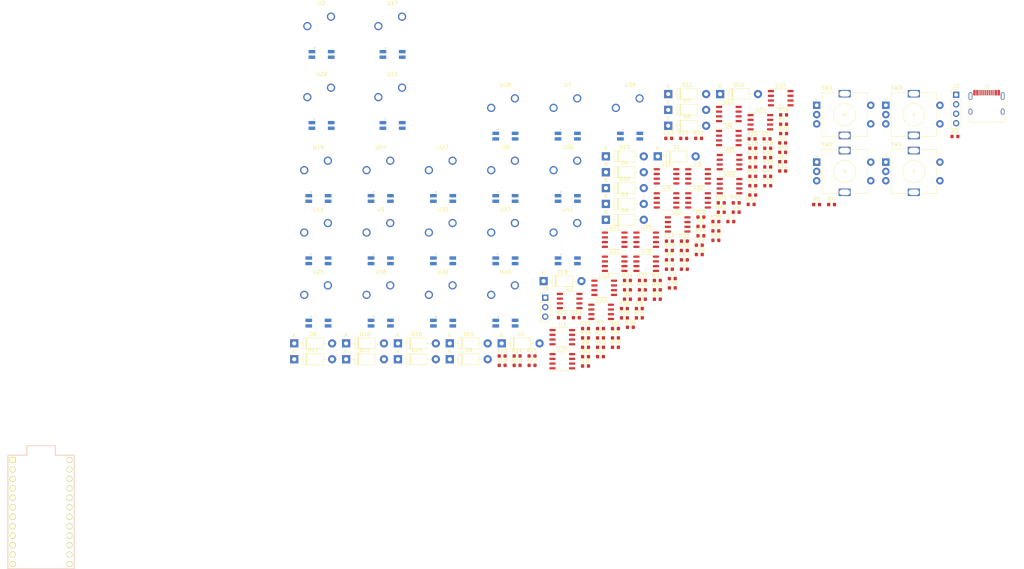
<source format=kicad_pcb>
(kicad_pcb (version 20171130) (host pcbnew "(5.1.6)-1")
  (layers (0 F.Cu signal) (31 B.Cu signal) (34 B.Paste user) (35 F.Paste user) (36 B.SilkS user) (37 F.SilkS user) (38 B.Mask user) (39 F.Mask user) (44 Edge.Cuts user))
  (net 0 "")
  (net 1 "Net-(U1-Pad24)")
  (net 2 "Net-(U1-Pad22)")
  (net 3 "Net-(U1-Pad20)")
  (net 4 "Net-(U1-Pad19)")
  (net 5 "Net-(U1-Pad18)")
  (net 6 "Net-(U1-Pad17)")
  (net 7 "Net-(U1-Pad16)")
  (net 8 "Net-(U1-Pad15)")
  (net 9 "Net-(U1-Pad14)")
  (net 10 "Net-(U1-Pad1)")
  (net 11 "Net-(U2-Pad3)")
  (net 12 "Net-(U2-Pad4)")
  (net 13 "Net-(U2-Pad2)")
  (net 14 "Net-(U2-Pad1)")
  (net 15 "Net-(U2-Pad6)")
  (net 16 "Net-(U2-Pad5)")
  (net 17 "Net-(C1-Pad2)")
  (net 18 GND)
  (net 19 "Net-(C2-Pad2)")
  (net 20 "Net-(C3-Pad2)")
  (net 21 "Net-(C4-Pad2)")
  (net 22 "Net-(C5-Pad2)")
  (net 23 "Net-(C6-Pad2)")
  (net 24 "Net-(C7-Pad2)")
  (net 25 "Net-(C8-Pad2)")
  (net 26 "Net-(C9-Pad2)")
  (net 27 "Net-(C10-Pad2)")
  (net 28 "Net-(C11-Pad2)")
  (net 29 "Net-(C12-Pad2)")
  (net 30 "Net-(C13-Pad2)")
  (net 31 "Net-(C14-Pad2)")
  (net 32 "Net-(C15-Pad2)")
  (net 33 "Net-(C16-Pad2)")
  (net 34 "Net-(C17-Pad2)")
  (net 35 "Net-(C18-Pad2)")
  (net 36 "Net-(C19-Pad2)")
  (net 37 "Net-(C20-Pad2)")
  (net 38 "Net-(D1-Pad2)")
  (net 39 Col0)
  (net 40 "Net-(D2-Pad2)")
  (net 41 "Net-(D3-Pad2)")
  (net 42 "Net-(D4-Pad2)")
  (net 43 "Net-(D5-Pad2)")
  (net 44 "Net-(D6-Pad2)")
  (net 45 Col1)
  (net 46 "Net-(D7-Pad2)")
  (net 47 "Net-(D8-Pad2)")
  (net 48 "Net-(D9-Pad2)")
  (net 49 "Net-(D10-Pad2)")
  (net 50 Col2)
  (net 51 "Net-(D11-Pad2)")
  (net 52 "Net-(D12-Pad2)")
  (net 53 "Net-(D13-Pad2)")
  (net 54 "Net-(D14-Pad2)")
  (net 55 "Net-(D15-Pad2)")
  (net 56 "Net-(D16-Pad2)")
  (net 57 Col3)
  (net 58 "Net-(D17-Pad2)")
  (net 59 "Net-(D18-Pad2)")
  (net 60 "Net-(D19-Pad2)")
  (net 61 "Net-(D20-Pad2)")
  (net 62 +5V)
  (net 63 "Net-(J1-PadB8)")
  (net 64 "Net-(J1-PadA5)")
  (net 65 D-)
  (net 66 D+)
  (net 67 "Net-(J1-PadA8)")
  (net 68 "Net-(J1-PadB5)")
  (net 69 "Net-(J3-Pad2)")
  (net 70 RGB)
  (net 71 "Net-(R1-Pad1)")
  (net 72 "Net-(R2-Pad2)")
  (net 73 "Net-(R2-Pad1)")
  (net 74 "Net-(R5-Pad2)")
  (net 75 SW1)
  (net 76 "Net-(R19-Pad2)")
  (net 77 "Net-(R6-Pad1)")
  (net 78 "Net-(R7-Pad2)")
  (net 79 "Net-(R7-Pad1)")
  (net 80 "Net-(R8-Pad1)")
  (net 81 "Net-(R20-Pad2)")
  (net 82 "Net-(R9-Pad1)")
  (net 83 "Net-(R10-Pad2)")
  (net 84 "Net-(R10-Pad1)")
  (net 85 "Net-(R11-Pad2)")
  (net 86 "Net-(R11-Pad1)")
  (net 87 "Net-(R12-Pad1)")
  (net 88 "Net-(R13-Pad2)")
  (net 89 "Net-(R13-Pad1)")
  (net 90 "Net-(R18-Pad2)")
  (net 91 "Net-(R18-Pad1)")
  (net 92 "Net-(R19-Pad1)")
  (net 93 "Net-(R20-Pad1)")
  (net 94 "Net-(R21-Pad2)")
  (net 95 "Net-(R21-Pad1)")
  (net 96 "Net-(R22-Pad2)")
  (net 97 "Net-(R22-Pad1)")
  (net 98 "Net-(R23-Pad1)")
  (net 99 "Net-(R24-Pad1)")
  (net 100 "Net-(R26-Pad2)")
  (net 101 "Net-(R26-Pad1)")
  (net 102 "Net-(R31-Pad2)")
  (net 103 "Net-(R31-Pad1)")
  (net 104 "Net-(R32-Pad2)")
  (net 105 "Net-(R32-Pad1)")
  (net 106 "Net-(R33-Pad2)")
  (net 107 "Net-(R33-Pad1)")
  (net 108 "Net-(R34-Pad1)")
  (net 109 "Net-(R35-Pad1)")
  (net 110 "Net-(R36-Pad2)")
  (net 111 "Net-(R36-Pad1)")
  (net 112 "Net-(R37-Pad1)")
  (net 113 "Net-(R38-Pad1)")
  (net 114 "Net-(R39-Pad2)")
  (net 115 "Net-(R39-Pad1)")
  (net 116 "Net-(R40-Pad1)")
  (net 117 "Net-(R41-Pad1)")
  (net 118 "Net-(R42-Pad2)")
  (net 119 "Net-(R42-Pad1)")
  (net 120 "Net-(R48-Pad1)")
  (net 121 "Net-(R49-Pad2)")
  (net 122 "Net-(R49-Pad1)")
  (net 123 "Net-(R50-Pad1)")
  (net 124 "Net-(R51-Pad1)")
  (net 125 "Net-(R52-Pad1)")
  (net 126 "Net-(R53-Pad2)")
  (net 127 "Net-(R53-Pad1)")
  (net 128 "Net-(R54-Pad1)")
  (net 129 "Net-(R55-Pad1)")
  (net 130 "Net-(R56-Pad1)")
  (net 131 "Net-(R57-Pad2)")
  (net 132 "Net-(R57-Pad1)")
  (net 133 "Net-(SW1-PadA)")
  (net 134 "Net-(SW1-PadC)")
  (net 135 "Net-(SW1-PadB)")
  (net 136 "Net-(SW1-PadS2)")
  (net 137 "Net-(SW1-PadS1)")
  (net 138 "Net-(SW2-PadA)")
  (net 139 "Net-(SW2-PadC)")
  (net 140 "Net-(SW2-PadB)")
  (net 141 "Net-(SW2-PadS2)")
  (net 142 "Net-(SW2-PadS1)")
  (net 143 "Net-(SW3-PadA)")
  (net 144 "Net-(SW3-PadC)")
  (net 145 "Net-(SW3-PadB)")
  (net 146 "Net-(SW3-PadS2)")
  (net 147 "Net-(SW3-PadS1)")
  (net 148 "Net-(SW4-PadA)")
  (net 149 "Net-(SW4-PadC)")
  (net 150 "Net-(SW4-PadB)")
  (net 151 Row0)
  (net 152 Row1)
  (net 153 Row2)
  (net 154 Row3)
  (net 155 Row4)
  (net 156 "Net-(U2-Pad7)")
  (net 157 "Net-(U14-Pad1)")
  (net 158 "Net-(U14-Pad4)")
  (net 159 "Net-(U14-Pad2)")
  (net 160 "Net-(U3-Pad7)")
  (net 161 "Net-(U3-Pad3)")
  (net 162 "Net-(U3-Pad2)")
  (net 163 "Net-(U3-Pad1)")
  (net 164 "Net-(U4-Pad7)")
  (net 165 "Net-(U4-Pad3)")
  (net 166 "Net-(U4-Pad2)")
  (net 167 "Net-(U4-Pad1)")
  (net 168 "Net-(U5-Pad7)")
  (net 169 "Net-(U5-Pad3)")
  (net 170 "Net-(U5-Pad2)")
  (net 171 "Net-(U5-Pad1)")
  (net 172 "Net-(U6-Pad7)")
  (net 173 "Net-(U10-Pad1)")
  (net 174 "Net-(U10-Pad4)")
  (net 175 "Net-(U10-Pad2)")
  (net 176 "Net-(U11-Pad7)")
  (net 177 "Net-(U11-Pad3)")
  (net 178 "Net-(U11-Pad2)")
  (net 179 "Net-(U11-Pad1)")
  (net 180 "Net-(U12-Pad7)")
  (net 181 "Net-(U12-Pad3)")
  (net 182 "Net-(U12-Pad2)")
  (net 183 "Net-(U12-Pad1)")
  (net 184 "Net-(U13-Pad7)")
  (net 185 "Net-(U13-Pad3)")
  (net 186 "Net-(U13-Pad2)")
  (net 187 "Net-(U13-Pad1)")
  (net 188 "Net-(U15-Pad7)")
  (net 189 "Net-(U15-Pad3)")
  (net 190 "Net-(U15-Pad2)")
  (net 191 "Net-(U15-Pad1)")
  (net 192 "Net-(U20-Pad7)")
  (net 193 "Net-(U20-Pad3)")
  (net 194 "Net-(U20-Pad2)")
  (net 195 "Net-(U20-Pad1)")
  (net 196 "Net-(U21-Pad7)")
  (net 197 "Net-(U21-Pad3)")
  (net 198 "Net-(U21-Pad2)")
  (net 199 "Net-(U21-Pad1)")
  (net 200 "Net-(U22-Pad7)")
  (net 201 "Net-(U22-Pad3)")
  (net 202 "Net-(U22-Pad2)")
  (net 203 "Net-(U22-Pad1)")
  (net 204 "Net-(U23-Pad7)")
  (net 205 "Net-(U23-Pad3)")
  (net 206 "Net-(U23-Pad2)")
  (net 207 "Net-(U23-Pad1)")
  (net 208 "Net-(U24-Pad7)")
  (net 209 "Net-(U24-Pad3)")
  (net 210 "Net-(U24-Pad2)")
  (net 211 "Net-(U24-Pad1)")
  (net 212 "Net-(U26-Pad7)")
  (net 213 "Net-(U26-Pad3)")
  (net 214 "Net-(U26-Pad2)")
  (net 215 "Net-(U26-Pad1)")
  (net 216 "Net-(U31-Pad7)")
  (net 217 "Net-(U31-Pad3)")
  (net 218 "Net-(U31-Pad2)")
  (net 219 "Net-(U31-Pad1)")
  (net 220 "Net-(U32-Pad7)")
  (net 221 "Net-(U32-Pad3)")
  (net 222 "Net-(U32-Pad2)")
  (net 223 "Net-(U32-Pad1)")
  (net 224 "Net-(U33-Pad7)")
  (net 225 "Net-(U33-Pad3)")
  (net 226 "Net-(U33-Pad2)")
  (net 227 "Net-(U33-Pad1)")
  (net 228 "Net-(U34-Pad7)")
  (net 229 "Net-(U34-Pad3)")
  (net 230 "Net-(U34-Pad2)")
  (net 231 "Net-(U34-Pad1)")
  (net 232 "Net-(U35-Pad7)")
  (net 233 "Net-(U35-Pad3)")
  (net 234 "Net-(U35-Pad2)")
  (net 235 "Net-(U35-Pad1)")
  (module Cherry_MX_SMD:Cherry-MX_PCB-Mounted_LTST-A683CEGBW_Mill-Max-7305 (layer F.Cu) (at 270.825 10.115)
    (fp_text reference U41 (at 0 -8.7) (layer F.SilkS))
    (fp_text value Cherry_MX_RGB)
    (fp_poly (pts (xy 1.7 6.55) (xy -1.7 6.55) (xy -1.7 3.55) (xy 1.7 3.55)) (layer Edge.Cuts) (width 0.01))
    (pad "" np_thru_hole circle (at -5.08 0) (size 1.7 1.7) (drill 1.7) (layers *.Cu *.Mask))
    (pad "" np_thru_hole circle (at 5.08 0) (size 1.7 1.7) (drill 1.7) (layers *.Cu *.Mask))
    (pad 3 smd rect (at 2.6 4.3) (size 1.8 0.9) (layers B.Cu B.Paste B.Mask) (net 62 +5V))
    (pad 4 smd rect (at 2.6 5.8) (size 1.8 0.9) (layers B.Cu B.Paste B.Mask) (net 234 "Net-(U35-Pad2)"))
    (pad 2 smd rect (at -2.6 5.8) (size 1.8 0.9) (layers B.Cu B.Paste B.Mask) (net 235 "Net-(U35-Pad1)"))
    (pad 1 smd rect (at -2.6 4.3) (size 1.8 0.9) (layers B.Cu B.Paste B.Mask) (net 233 "Net-(U35-Pad3)"))
    (pad "" np_thru_hole circle (at 0 0) (size 4 4) (drill 4) (layers *.Cu *.Mask))
    (pad 6 thru_hole circle (at 2.54 -5.08) (size 2.2 2.2) (drill 1.5) (layers *.Cu *.Mask) (net 61 "Net-(D20-Pad2)"))
    (pad 5 thru_hole circle (at -3.81 -2.54) (size 2.2 2.2) (drill 1.5) (layers *.Cu *.Mask) (net 155 Row4))
  )
  (module Cherry_MX_SMD:Cherry-MX_PCB-Mounted_LTST-A683CEGBW_Mill-Max-7305 (layer F.Cu) (at 254.105 26.835)
    (fp_text reference U40 (at 0 -8.7) (layer F.SilkS))
    (fp_text value Cherry_MX_RGB)
    (fp_poly (pts (xy 1.7 6.55) (xy -1.7 6.55) (xy -1.7 3.55) (xy 1.7 3.55)) (layer Edge.Cuts) (width 0.01))
    (pad "" np_thru_hole circle (at -5.08 0) (size 1.7 1.7) (drill 1.7) (layers *.Cu *.Mask))
    (pad "" np_thru_hole circle (at 5.08 0) (size 1.7 1.7) (drill 1.7) (layers *.Cu *.Mask))
    (pad 3 smd rect (at 2.6 4.3) (size 1.8 0.9) (layers B.Cu B.Paste B.Mask) (net 62 +5V))
    (pad 4 smd rect (at 2.6 5.8) (size 1.8 0.9) (layers B.Cu B.Paste B.Mask) (net 230 "Net-(U34-Pad2)"))
    (pad 2 smd rect (at -2.6 5.8) (size 1.8 0.9) (layers B.Cu B.Paste B.Mask) (net 231 "Net-(U34-Pad1)"))
    (pad 1 smd rect (at -2.6 4.3) (size 1.8 0.9) (layers B.Cu B.Paste B.Mask) (net 229 "Net-(U34-Pad3)"))
    (pad "" np_thru_hole circle (at 0 0) (size 4 4) (drill 4) (layers *.Cu *.Mask))
    (pad 6 thru_hole circle (at 2.54 -5.08) (size 2.2 2.2) (drill 1.5) (layers *.Cu *.Mask) (net 60 "Net-(D19-Pad2)"))
    (pad 5 thru_hole circle (at -3.81 -2.54) (size 2.2 2.2) (drill 1.5) (layers *.Cu *.Mask) (net 154 Row3))
  )
  (module Cherry_MX_SMD:Cherry-MX_PCB-Mounted_LTST-A683CEGBW_Mill-Max-7305 (layer F.Cu) (at 287.545 -23.325)
    (fp_text reference U39 (at 0 -8.7) (layer F.SilkS))
    (fp_text value Cherry_MX_RGB)
    (fp_poly (pts (xy 1.7 6.55) (xy -1.7 6.55) (xy -1.7 3.55) (xy 1.7 3.55)) (layer Edge.Cuts) (width 0.01))
    (pad "" np_thru_hole circle (at -5.08 0) (size 1.7 1.7) (drill 1.7) (layers *.Cu *.Mask))
    (pad "" np_thru_hole circle (at 5.08 0) (size 1.7 1.7) (drill 1.7) (layers *.Cu *.Mask))
    (pad 3 smd rect (at 2.6 4.3) (size 1.8 0.9) (layers B.Cu B.Paste B.Mask) (net 62 +5V))
    (pad 4 smd rect (at 2.6 5.8) (size 1.8 0.9) (layers B.Cu B.Paste B.Mask) (net 226 "Net-(U33-Pad2)"))
    (pad 2 smd rect (at -2.6 5.8) (size 1.8 0.9) (layers B.Cu B.Paste B.Mask) (net 227 "Net-(U33-Pad1)"))
    (pad 1 smd rect (at -2.6 4.3) (size 1.8 0.9) (layers B.Cu B.Paste B.Mask) (net 225 "Net-(U33-Pad3)"))
    (pad "" np_thru_hole circle (at 0 0) (size 4 4) (drill 4) (layers *.Cu *.Mask))
    (pad 6 thru_hole circle (at 2.54 -5.08) (size 2.2 2.2) (drill 1.5) (layers *.Cu *.Mask) (net 59 "Net-(D18-Pad2)"))
    (pad 5 thru_hole circle (at -3.81 -2.54) (size 2.2 2.2) (drill 1.5) (layers *.Cu *.Mask) (net 153 Row2))
  )
  (module Cherry_MX_SMD:Cherry-MX_PCB-Mounted_LTST-A683CEGBW_Mill-Max-7305 (layer F.Cu) (at 270.825 -6.605)
    (fp_text reference U38 (at 0 -8.7) (layer F.SilkS))
    (fp_text value Cherry_MX_RGB)
    (fp_poly (pts (xy 1.7 6.55) (xy -1.7 6.55) (xy -1.7 3.55) (xy 1.7 3.55)) (layer Edge.Cuts) (width 0.01))
    (pad "" np_thru_hole circle (at -5.08 0) (size 1.7 1.7) (drill 1.7) (layers *.Cu *.Mask))
    (pad "" np_thru_hole circle (at 5.08 0) (size 1.7 1.7) (drill 1.7) (layers *.Cu *.Mask))
    (pad 3 smd rect (at 2.6 4.3) (size 1.8 0.9) (layers B.Cu B.Paste B.Mask) (net 62 +5V))
    (pad 4 smd rect (at 2.6 5.8) (size 1.8 0.9) (layers B.Cu B.Paste B.Mask) (net 214 "Net-(U26-Pad2)"))
    (pad 2 smd rect (at -2.6 5.8) (size 1.8 0.9) (layers B.Cu B.Paste B.Mask) (net 215 "Net-(U26-Pad1)"))
    (pad 1 smd rect (at -2.6 4.3) (size 1.8 0.9) (layers B.Cu B.Paste B.Mask) (net 213 "Net-(U26-Pad3)"))
    (pad "" np_thru_hole circle (at 0 0) (size 4 4) (drill 4) (layers *.Cu *.Mask))
    (pad 6 thru_hole circle (at 2.54 -5.08) (size 2.2 2.2) (drill 1.5) (layers *.Cu *.Mask) (net 53 "Net-(D13-Pad2)"))
    (pad 5 thru_hole circle (at -3.81 -2.54) (size 2.2 2.2) (drill 1.5) (layers *.Cu *.Mask) (net 151 Row0))
  )
  (module Cherry_MX_SMD:Cherry-MX_PCB-Mounted_LTST-A683CEGBW_Mill-Max-7305 (layer F.Cu) (at 254.105 10.115)
    (fp_text reference U37 (at 0 -8.7) (layer F.SilkS))
    (fp_text value Cherry_MX_RGB)
    (fp_poly (pts (xy 1.7 6.55) (xy -1.7 6.55) (xy -1.7 3.55) (xy 1.7 3.55)) (layer Edge.Cuts) (width 0.01))
    (pad "" np_thru_hole circle (at -5.08 0) (size 1.7 1.7) (drill 1.7) (layers *.Cu *.Mask))
    (pad "" np_thru_hole circle (at 5.08 0) (size 1.7 1.7) (drill 1.7) (layers *.Cu *.Mask))
    (pad 3 smd rect (at 2.6 4.3) (size 1.8 0.9) (layers B.Cu B.Paste B.Mask) (net 62 +5V))
    (pad 4 smd rect (at 2.6 5.8) (size 1.8 0.9) (layers B.Cu B.Paste B.Mask) (net 222 "Net-(U32-Pad2)"))
    (pad 2 smd rect (at -2.6 5.8) (size 1.8 0.9) (layers B.Cu B.Paste B.Mask) (net 223 "Net-(U32-Pad1)"))
    (pad 1 smd rect (at -2.6 4.3) (size 1.8 0.9) (layers B.Cu B.Paste B.Mask) (net 221 "Net-(U32-Pad3)"))
    (pad "" np_thru_hole circle (at 0 0) (size 4 4) (drill 4) (layers *.Cu *.Mask))
    (pad 6 thru_hole circle (at 2.54 -5.08) (size 2.2 2.2) (drill 1.5) (layers *.Cu *.Mask) (net 58 "Net-(D17-Pad2)"))
    (pad 5 thru_hole circle (at -3.81 -2.54) (size 2.2 2.2) (drill 1.5) (layers *.Cu *.Mask) (net 152 Row1))
  )
  (module Cherry_MX_SMD:Cherry-MX_PCB-Mounted_LTST-A683CEGBW_Mill-Max-7305 (layer F.Cu) (at 237.385 26.835)
    (fp_text reference U36 (at 0 -8.7) (layer F.SilkS))
    (fp_text value Cherry_MX_RGB)
    (fp_poly (pts (xy 1.7 6.55) (xy -1.7 6.55) (xy -1.7 3.55) (xy 1.7 3.55)) (layer Edge.Cuts) (width 0.01))
    (pad "" np_thru_hole circle (at -5.08 0) (size 1.7 1.7) (drill 1.7) (layers *.Cu *.Mask))
    (pad "" np_thru_hole circle (at 5.08 0) (size 1.7 1.7) (drill 1.7) (layers *.Cu *.Mask))
    (pad 3 smd rect (at 2.6 4.3) (size 1.8 0.9) (layers B.Cu B.Paste B.Mask) (net 62 +5V))
    (pad 4 smd rect (at 2.6 5.8) (size 1.8 0.9) (layers B.Cu B.Paste B.Mask) (net 218 "Net-(U31-Pad2)"))
    (pad 2 smd rect (at -2.6 5.8) (size 1.8 0.9) (layers B.Cu B.Paste B.Mask) (net 219 "Net-(U31-Pad1)"))
    (pad 1 smd rect (at -2.6 4.3) (size 1.8 0.9) (layers B.Cu B.Paste B.Mask) (net 217 "Net-(U31-Pad3)"))
    (pad "" np_thru_hole circle (at 0 0) (size 4 4) (drill 4) (layers *.Cu *.Mask))
    (pad 6 thru_hole circle (at 2.54 -5.08) (size 2.2 2.2) (drill 1.5) (layers *.Cu *.Mask) (net 56 "Net-(D16-Pad2)"))
    (pad 5 thru_hole circle (at -3.81 -2.54) (size 2.2 2.2) (drill 1.5) (layers *.Cu *.Mask) (net 151 Row0))
  )
  (module Package_SO:SOP-8_3.9x4.9mm_P1.27mm (layer F.Cu) (at 291.86 9.51)
    (fp_text reference U35 (at 0 -3.4) (layer F.SilkS))
    (fp_text value WS2811)
    (pad 8 smd roundrect (at 2.625 -1.905) (size 1.65 0.6) (layers F.Cu F.Paste F.Mask) (net 37 "Net-(C20-Pad2)"))
    (pad 7 smd roundrect (at 2.625 -0.635) (size 1.65 0.6) (layers F.Cu F.Paste F.Mask) (net 232 "Net-(U35-Pad7)"))
    (pad 6 smd roundrect (at 2.625 0.635) (size 1.65 0.6) (layers F.Cu F.Paste F.Mask) (net 130 "Net-(R56-Pad1)"))
    (pad 5 smd roundrect (at 2.625 1.905) (size 1.65 0.6) (layers F.Cu F.Paste F.Mask) (net 131 "Net-(R57-Pad2)"))
    (pad 4 smd roundrect (at -2.625 1.905) (size 1.65 0.6) (layers F.Cu F.Paste F.Mask) (net 18 GND))
    (pad 3 smd roundrect (at -2.625 0.635) (size 1.65 0.6) (layers F.Cu F.Paste F.Mask) (net 233 "Net-(U35-Pad3)"))
    (pad 2 smd roundrect (at -2.625 -0.635) (size 1.65 0.6) (layers F.Cu F.Paste F.Mask) (net 234 "Net-(U35-Pad2)"))
    (pad 1 smd roundrect (at -2.625 -1.905) (size 1.65 0.6) (layers F.Cu F.Paste F.Mask) (net 235 "Net-(U35-Pad1)"))
  )
  (module Package_SO:SOP-8_3.9x4.9mm_P1.27mm (layer F.Cu) (at 269.36 42.1)
    (fp_text reference U34 (at 0 -3.4) (layer F.SilkS))
    (fp_text value WS2811)
    (pad 8 smd roundrect (at 2.625 -1.905) (size 1.65 0.6) (layers F.Cu F.Paste F.Mask) (net 36 "Net-(C19-Pad2)"))
    (pad 7 smd roundrect (at 2.625 -0.635) (size 1.65 0.6) (layers F.Cu F.Paste F.Mask) (net 228 "Net-(U34-Pad7)"))
    (pad 6 smd roundrect (at 2.625 0.635) (size 1.65 0.6) (layers F.Cu F.Paste F.Mask) (net 128 "Net-(R54-Pad1)"))
    (pad 5 smd roundrect (at 2.625 1.905) (size 1.65 0.6) (layers F.Cu F.Paste F.Mask) (net 129 "Net-(R55-Pad1)"))
    (pad 4 smd roundrect (at -2.625 1.905) (size 1.65 0.6) (layers F.Cu F.Paste F.Mask) (net 18 GND))
    (pad 3 smd roundrect (at -2.625 0.635) (size 1.65 0.6) (layers F.Cu F.Paste F.Mask) (net 229 "Net-(U34-Pad3)"))
    (pad 2 smd roundrect (at -2.625 -0.635) (size 1.65 0.6) (layers F.Cu F.Paste F.Mask) (net 230 "Net-(U34-Pad2)"))
    (pad 1 smd roundrect (at -2.625 -1.905) (size 1.65 0.6) (layers F.Cu F.Paste F.Mask) (net 231 "Net-(U34-Pad1)"))
  )
  (module Package_SO:SOP-8_3.9x4.9mm_P1.27mm (layer F.Cu) (at 279.79 28.86)
    (fp_text reference U33 (at 0 -3.4) (layer F.SilkS))
    (fp_text value WS2811)
    (pad 8 smd roundrect (at 2.625 -1.905) (size 1.65 0.6) (layers F.Cu F.Paste F.Mask) (net 35 "Net-(C18-Pad2)"))
    (pad 7 smd roundrect (at 2.625 -0.635) (size 1.65 0.6) (layers F.Cu F.Paste F.Mask) (net 224 "Net-(U33-Pad7)"))
    (pad 6 smd roundrect (at 2.625 0.635) (size 1.65 0.6) (layers F.Cu F.Paste F.Mask) (net 125 "Net-(R52-Pad1)"))
    (pad 5 smd roundrect (at 2.625 1.905) (size 1.65 0.6) (layers F.Cu F.Paste F.Mask) (net 127 "Net-(R53-Pad1)"))
    (pad 4 smd roundrect (at -2.625 1.905) (size 1.65 0.6) (layers F.Cu F.Paste F.Mask) (net 18 GND))
    (pad 3 smd roundrect (at -2.625 0.635) (size 1.65 0.6) (layers F.Cu F.Paste F.Mask) (net 225 "Net-(U33-Pad3)"))
    (pad 2 smd roundrect (at -2.625 -0.635) (size 1.65 0.6) (layers F.Cu F.Paste F.Mask) (net 226 "Net-(U33-Pad2)"))
    (pad 1 smd roundrect (at -2.625 -1.905) (size 1.65 0.6) (layers F.Cu F.Paste F.Mask) (net 227 "Net-(U33-Pad1)"))
  )
  (module Package_SO:SOP-8_3.9x4.9mm_P1.27mm (layer F.Cu) (at 305.77 -1.04)
    (fp_text reference U32 (at 0 -3.4) (layer F.SilkS))
    (fp_text value WS2811)
    (pad 8 smd roundrect (at 2.625 -1.905) (size 1.65 0.6) (layers F.Cu F.Paste F.Mask) (net 34 "Net-(C17-Pad2)"))
    (pad 7 smd roundrect (at 2.625 -0.635) (size 1.65 0.6) (layers F.Cu F.Paste F.Mask) (net 220 "Net-(U32-Pad7)"))
    (pad 6 smd roundrect (at 2.625 0.635) (size 1.65 0.6) (layers F.Cu F.Paste F.Mask) (net 123 "Net-(R50-Pad1)"))
    (pad 5 smd roundrect (at 2.625 1.905) (size 1.65 0.6) (layers F.Cu F.Paste F.Mask) (net 124 "Net-(R51-Pad1)"))
    (pad 4 smd roundrect (at -2.625 1.905) (size 1.65 0.6) (layers F.Cu F.Paste F.Mask) (net 18 GND))
    (pad 3 smd roundrect (at -2.625 0.635) (size 1.65 0.6) (layers F.Cu F.Paste F.Mask) (net 221 "Net-(U32-Pad3)"))
    (pad 2 smd roundrect (at -2.625 -0.635) (size 1.65 0.6) (layers F.Cu F.Paste F.Mask) (net 222 "Net-(U32-Pad2)"))
    (pad 1 smd roundrect (at -2.625 -1.905) (size 1.65 0.6) (layers F.Cu F.Paste F.Mask) (net 223 "Net-(U32-Pad1)"))
  )
  (module Package_SO:SOP-8_3.9x4.9mm_P1.27mm (layer F.Cu) (at 300.31 5.41)
    (fp_text reference U31 (at 0 -3.4) (layer F.SilkS))
    (fp_text value WS2811)
    (pad 8 smd roundrect (at 2.625 -1.905) (size 1.65 0.6) (layers F.Cu F.Paste F.Mask) (net 33 "Net-(C16-Pad2)"))
    (pad 7 smd roundrect (at 2.625 -0.635) (size 1.65 0.6) (layers F.Cu F.Paste F.Mask) (net 216 "Net-(U31-Pad7)"))
    (pad 6 smd roundrect (at 2.625 0.635) (size 1.65 0.6) (layers F.Cu F.Paste F.Mask) (net 120 "Net-(R48-Pad1)"))
    (pad 5 smd roundrect (at 2.625 1.905) (size 1.65 0.6) (layers F.Cu F.Paste F.Mask) (net 122 "Net-(R49-Pad1)"))
    (pad 4 smd roundrect (at -2.625 1.905) (size 1.65 0.6) (layers F.Cu F.Paste F.Mask) (net 18 GND))
    (pad 3 smd roundrect (at -2.625 0.635) (size 1.65 0.6) (layers F.Cu F.Paste F.Mask) (net 217 "Net-(U31-Pad3)"))
    (pad 2 smd roundrect (at -2.625 -0.635) (size 1.65 0.6) (layers F.Cu F.Paste F.Mask) (net 218 "Net-(U31-Pad2)"))
    (pad 1 smd roundrect (at -2.625 -1.905) (size 1.65 0.6) (layers F.Cu F.Paste F.Mask) (net 219 "Net-(U31-Pad1)"))
  )
  (module Cherry_MX_SMD:Cherry-MX_PCB-Mounted_LTST-A683CEGBW_Mill-Max-7305 (layer F.Cu) (at 237.385 10.115)
    (fp_text reference U30 (at 0 -8.7) (layer F.SilkS))
    (fp_text value Cherry_MX_RGB)
    (fp_poly (pts (xy 1.7 6.55) (xy -1.7 6.55) (xy -1.7 3.55) (xy 1.7 3.55)) (layer Edge.Cuts) (width 0.01))
    (pad "" np_thru_hole circle (at -5.08 0) (size 1.7 1.7) (drill 1.7) (layers *.Cu *.Mask))
    (pad "" np_thru_hole circle (at 5.08 0) (size 1.7 1.7) (drill 1.7) (layers *.Cu *.Mask))
    (pad 3 smd rect (at 2.6 4.3) (size 1.8 0.9) (layers B.Cu B.Paste B.Mask) (net 62 +5V))
    (pad 4 smd rect (at 2.6 5.8) (size 1.8 0.9) (layers B.Cu B.Paste B.Mask) (net 210 "Net-(U24-Pad2)"))
    (pad 2 smd rect (at -2.6 5.8) (size 1.8 0.9) (layers B.Cu B.Paste B.Mask) (net 211 "Net-(U24-Pad1)"))
    (pad 1 smd rect (at -2.6 4.3) (size 1.8 0.9) (layers B.Cu B.Paste B.Mask) (net 209 "Net-(U24-Pad3)"))
    (pad "" np_thru_hole circle (at 0 0) (size 4 4) (drill 4) (layers *.Cu *.Mask))
    (pad 6 thru_hole circle (at 2.54 -5.08) (size 2.2 2.2) (drill 1.5) (layers *.Cu *.Mask) (net 55 "Net-(D15-Pad2)"))
    (pad 5 thru_hole circle (at -3.81 -2.54) (size 2.2 2.2) (drill 1.5) (layers *.Cu *.Mask) (net 155 Row4))
  )
  (module Cherry_MX_SMD:Cherry-MX_PCB-Mounted_LTST-A683CEGBW_Mill-Max-7305 (layer F.Cu) (at 204.7875 -26.19375)
    (fp_text reference U29 (at 0 -8.7) (layer F.SilkS))
    (fp_text value Cherry_MX_RGB)
    (fp_poly (pts (xy 1.7 6.55) (xy -1.7 6.55) (xy -1.7 3.55) (xy 1.7 3.55)) (layer Edge.Cuts) (width 0.01))
    (pad "" np_thru_hole circle (at -5.08 0) (size 1.7 1.7) (drill 1.7) (layers *.Cu *.Mask))
    (pad "" np_thru_hole circle (at 5.08 0) (size 1.7 1.7) (drill 1.7) (layers *.Cu *.Mask))
    (pad 3 smd rect (at 2.6 4.3) (size 1.8 0.9) (layers B.Cu B.Paste B.Mask) (net 62 +5V))
    (pad 4 smd rect (at 2.6 5.8) (size 1.8 0.9) (layers B.Cu B.Paste B.Mask) (net 206 "Net-(U23-Pad2)"))
    (pad 2 smd rect (at -2.6 5.8) (size 1.8 0.9) (layers B.Cu B.Paste B.Mask) (net 207 "Net-(U23-Pad1)"))
    (pad 1 smd rect (at -2.6 4.3) (size 1.8 0.9) (layers B.Cu B.Paste B.Mask) (net 205 "Net-(U23-Pad3)"))
    (pad "" np_thru_hole circle (at 0 0) (size 4 4) (drill 4) (layers *.Cu *.Mask))
    (pad 6 thru_hole circle (at 2.54 -5.08) (size 2.2 2.2) (drill 1.5) (layers *.Cu *.Mask) (net 54 "Net-(D14-Pad2)"))
    (pad 5 thru_hole circle (at -3.81 -2.54) (size 2.2 2.2) (drill 1.5) (layers *.Cu *.Mask) (net 154 Row3))
  )
  (module Cherry_MX_SMD:Cherry-MX_PCB-Mounted_LTST-A683CEGBW_Mill-Max-7305 (layer F.Cu) (at 254.105 -23.325)
    (fp_text reference U28 (at 0 -8.7) (layer F.SilkS))
    (fp_text value Cherry_MX_RGB)
    (fp_poly (pts (xy 1.7 6.55) (xy -1.7 6.55) (xy -1.7 3.55) (xy 1.7 3.55)) (layer Edge.Cuts) (width 0.01))
    (pad "" np_thru_hole circle (at -5.08 0) (size 1.7 1.7) (drill 1.7) (layers *.Cu *.Mask))
    (pad "" np_thru_hole circle (at 5.08 0) (size 1.7 1.7) (drill 1.7) (layers *.Cu *.Mask))
    (pad 3 smd rect (at 2.6 4.3) (size 1.8 0.9) (layers B.Cu B.Paste B.Mask) (net 62 +5V))
    (pad 4 smd rect (at 2.6 5.8) (size 1.8 0.9) (layers B.Cu B.Paste B.Mask) (net 202 "Net-(U22-Pad2)"))
    (pad 2 smd rect (at -2.6 5.8) (size 1.8 0.9) (layers B.Cu B.Paste B.Mask) (net 203 "Net-(U22-Pad1)"))
    (pad 1 smd rect (at -2.6 4.3) (size 1.8 0.9) (layers B.Cu B.Paste B.Mask) (net 201 "Net-(U22-Pad3)"))
    (pad "" np_thru_hole circle (at 0 0) (size 4 4) (drill 4) (layers *.Cu *.Mask))
    (pad 6 thru_hole circle (at 2.54 -5.08) (size 2.2 2.2) (drill 1.5) (layers *.Cu *.Mask) (net 52 "Net-(D12-Pad2)"))
    (pad 5 thru_hole circle (at -3.81 -2.54) (size 2.2 2.2) (drill 1.5) (layers *.Cu *.Mask) (net 153 Row2))
  )
  (module Cherry_MX_SMD:Cherry-MX_PCB-Mounted_LTST-A683CEGBW_Mill-Max-7305 (layer F.Cu) (at 237.385 -6.605)
    (fp_text reference U27 (at 0 -8.7) (layer F.SilkS))
    (fp_text value Cherry_MX_RGB)
    (fp_poly (pts (xy 1.7 6.55) (xy -1.7 6.55) (xy -1.7 3.55) (xy 1.7 3.55)) (layer Edge.Cuts) (width 0.01))
    (pad "" np_thru_hole circle (at -5.08 0) (size 1.7 1.7) (drill 1.7) (layers *.Cu *.Mask))
    (pad "" np_thru_hole circle (at 5.08 0) (size 1.7 1.7) (drill 1.7) (layers *.Cu *.Mask))
    (pad 3 smd rect (at 2.6 4.3) (size 1.8 0.9) (layers B.Cu B.Paste B.Mask) (net 62 +5V))
    (pad 4 smd rect (at 2.6 5.8) (size 1.8 0.9) (layers B.Cu B.Paste B.Mask) (net 198 "Net-(U21-Pad2)"))
    (pad 2 smd rect (at -2.6 5.8) (size 1.8 0.9) (layers B.Cu B.Paste B.Mask) (net 199 "Net-(U21-Pad1)"))
    (pad 1 smd rect (at -2.6 4.3) (size 1.8 0.9) (layers B.Cu B.Paste B.Mask) (net 197 "Net-(U21-Pad3)"))
    (pad "" np_thru_hole circle (at 0 0) (size 4 4) (drill 4) (layers *.Cu *.Mask))
    (pad 6 thru_hole circle (at 2.54 -5.08) (size 2.2 2.2) (drill 1.5) (layers *.Cu *.Mask) (net 51 "Net-(D11-Pad2)"))
    (pad 5 thru_hole circle (at -3.81 -2.54) (size 2.2 2.2) (drill 1.5) (layers *.Cu *.Mask) (net 152 Row1))
  )
  (module Package_SO:SOP-8_3.9x4.9mm_P1.27mm (layer F.Cu) (at 291.86 15.96)
    (fp_text reference U26 (at 0 -3.4) (layer F.SilkS))
    (fp_text value WS2811)
    (pad 8 smd roundrect (at 2.625 -1.905) (size 1.65 0.6) (layers F.Cu F.Paste F.Mask) (net 30 "Net-(C13-Pad2)"))
    (pad 7 smd roundrect (at 2.625 -0.635) (size 1.65 0.6) (layers F.Cu F.Paste F.Mask) (net 212 "Net-(U26-Pad7)"))
    (pad 6 smd roundrect (at 2.625 0.635) (size 1.65 0.6) (layers F.Cu F.Paste F.Mask) (net 112 "Net-(R37-Pad1)"))
    (pad 5 smd roundrect (at 2.625 1.905) (size 1.65 0.6) (layers F.Cu F.Paste F.Mask) (net 113 "Net-(R38-Pad1)"))
    (pad 4 smd roundrect (at -2.625 1.905) (size 1.65 0.6) (layers F.Cu F.Paste F.Mask) (net 18 GND))
    (pad 3 smd roundrect (at -2.625 0.635) (size 1.65 0.6) (layers F.Cu F.Paste F.Mask) (net 213 "Net-(U26-Pad3)"))
    (pad 2 smd roundrect (at -2.625 -0.635) (size 1.65 0.6) (layers F.Cu F.Paste F.Mask) (net 214 "Net-(U26-Pad2)"))
    (pad 1 smd roundrect (at -2.625 -1.905) (size 1.65 0.6) (layers F.Cu F.Paste F.Mask) (net 215 "Net-(U26-Pad1)"))
  )
  (module Cherry_MX_SMD:Cherry-MX_PCB-Mounted_LTST-A683CEGBW_Mill-Max-7305 (layer F.Cu) (at 203.945 26.835)
    (fp_text reference U25 (at 0 -8.7) (layer F.SilkS))
    (fp_text value Cherry_MX_RGB)
    (fp_poly (pts (xy 1.7 6.55) (xy -1.7 6.55) (xy -1.7 3.55) (xy 1.7 3.55)) (layer Edge.Cuts) (width 0.01))
    (pad "" np_thru_hole circle (at -5.08 0) (size 1.7 1.7) (drill 1.7) (layers *.Cu *.Mask))
    (pad "" np_thru_hole circle (at 5.08 0) (size 1.7 1.7) (drill 1.7) (layers *.Cu *.Mask))
    (pad 3 smd rect (at 2.6 4.3) (size 1.8 0.9) (layers B.Cu B.Paste B.Mask) (net 62 +5V))
    (pad 4 smd rect (at 2.6 5.8) (size 1.8 0.9) (layers B.Cu B.Paste B.Mask) (net 194 "Net-(U20-Pad2)"))
    (pad 2 smd rect (at -2.6 5.8) (size 1.8 0.9) (layers B.Cu B.Paste B.Mask) (net 195 "Net-(U20-Pad1)"))
    (pad 1 smd rect (at -2.6 4.3) (size 1.8 0.9) (layers B.Cu B.Paste B.Mask) (net 193 "Net-(U20-Pad3)"))
    (pad "" np_thru_hole circle (at 0 0) (size 4 4) (drill 4) (layers *.Cu *.Mask))
    (pad 6 thru_hole circle (at 2.54 -5.08) (size 2.2 2.2) (drill 1.5) (layers *.Cu *.Mask) (net 49 "Net-(D10-Pad2)"))
    (pad 5 thru_hole circle (at -3.81 -2.54) (size 2.2 2.2) (drill 1.5) (layers *.Cu *.Mask) (net 151 Row0))
  )
  (module Package_SO:SOP-8_3.9x4.9mm_P1.27mm (layer F.Cu) (at 322.49 -22.01)
    (fp_text reference U24 (at 0 -3.4) (layer F.SilkS))
    (fp_text value WS2811)
    (pad 8 smd roundrect (at 2.625 -1.905) (size 1.65 0.6) (layers F.Cu F.Paste F.Mask) (net 32 "Net-(C15-Pad2)"))
    (pad 7 smd roundrect (at 2.625 -0.635) (size 1.65 0.6) (layers F.Cu F.Paste F.Mask) (net 208 "Net-(U24-Pad7)"))
    (pad 6 smd roundrect (at 2.625 0.635) (size 1.65 0.6) (layers F.Cu F.Paste F.Mask) (net 117 "Net-(R41-Pad1)"))
    (pad 5 smd roundrect (at 2.625 1.905) (size 1.65 0.6) (layers F.Cu F.Paste F.Mask) (net 119 "Net-(R42-Pad1)"))
    (pad 4 smd roundrect (at -2.625 1.905) (size 1.65 0.6) (layers F.Cu F.Paste F.Mask) (net 18 GND))
    (pad 3 smd roundrect (at -2.625 0.635) (size 1.65 0.6) (layers F.Cu F.Paste F.Mask) (net 209 "Net-(U24-Pad3)"))
    (pad 2 smd roundrect (at -2.625 -0.635) (size 1.65 0.6) (layers F.Cu F.Paste F.Mask) (net 210 "Net-(U24-Pad2)"))
    (pad 1 smd roundrect (at -2.625 -1.905) (size 1.65 0.6) (layers F.Cu F.Paste F.Mask) (net 211 "Net-(U24-Pad1)"))
  )
  (module Package_SO:SOP-8_3.9x4.9mm_P1.27mm (layer F.Cu) (at 314.22 -11.31)
    (fp_text reference U23 (at 0 -3.4) (layer F.SilkS))
    (fp_text value WS2811)
    (pad 8 smd roundrect (at 2.625 -1.905) (size 1.65 0.6) (layers F.Cu F.Paste F.Mask) (net 31 "Net-(C14-Pad2)"))
    (pad 7 smd roundrect (at 2.625 -0.635) (size 1.65 0.6) (layers F.Cu F.Paste F.Mask) (net 204 "Net-(U23-Pad7)"))
    (pad 6 smd roundrect (at 2.625 0.635) (size 1.65 0.6) (layers F.Cu F.Paste F.Mask) (net 115 "Net-(R39-Pad1)"))
    (pad 5 smd roundrect (at 2.625 1.905) (size 1.65 0.6) (layers F.Cu F.Paste F.Mask) (net 116 "Net-(R40-Pad1)"))
    (pad 4 smd roundrect (at -2.625 1.905) (size 1.65 0.6) (layers F.Cu F.Paste F.Mask) (net 18 GND))
    (pad 3 smd roundrect (at -2.625 0.635) (size 1.65 0.6) (layers F.Cu F.Paste F.Mask) (net 205 "Net-(U23-Pad3)"))
    (pad 2 smd roundrect (at -2.625 -0.635) (size 1.65 0.6) (layers F.Cu F.Paste F.Mask) (net 206 "Net-(U23-Pad2)"))
    (pad 1 smd roundrect (at -2.625 -1.905) (size 1.65 0.6) (layers F.Cu F.Paste F.Mask) (net 207 "Net-(U23-Pad1)"))
  )
  (module Package_SO:SOP-8_3.9x4.9mm_P1.27mm (layer F.Cu) (at 314.22 -4.86)
    (fp_text reference U22 (at 0 -3.4) (layer F.SilkS))
    (fp_text value WS2811)
    (pad 8 smd roundrect (at 2.625 -1.905) (size 1.65 0.6) (layers F.Cu F.Paste F.Mask) (net 29 "Net-(C12-Pad2)"))
    (pad 7 smd roundrect (at 2.625 -0.635) (size 1.65 0.6) (layers F.Cu F.Paste F.Mask) (net 200 "Net-(U22-Pad7)"))
    (pad 6 smd roundrect (at 2.625 0.635) (size 1.65 0.6) (layers F.Cu F.Paste F.Mask) (net 109 "Net-(R35-Pad1)"))
    (pad 5 smd roundrect (at 2.625 1.905) (size 1.65 0.6) (layers F.Cu F.Paste F.Mask) (net 111 "Net-(R36-Pad1)"))
    (pad 4 smd roundrect (at -2.625 1.905) (size 1.65 0.6) (layers F.Cu F.Paste F.Mask) (net 18 GND))
    (pad 3 smd roundrect (at -2.625 0.635) (size 1.65 0.6) (layers F.Cu F.Paste F.Mask) (net 201 "Net-(U22-Pad3)"))
    (pad 2 smd roundrect (at -2.625 -0.635) (size 1.65 0.6) (layers F.Cu F.Paste F.Mask) (net 202 "Net-(U22-Pad2)"))
    (pad 1 smd roundrect (at -2.625 -1.905) (size 1.65 0.6) (layers F.Cu F.Paste F.Mask) (net 203 "Net-(U22-Pad1)"))
  )
  (module Package_SO:SOP-8_3.9x4.9mm_P1.27mm (layer F.Cu) (at 283.41 15.96)
    (fp_text reference U21 (at 0 -3.4) (layer F.SilkS))
    (fp_text value WS2811)
    (pad 8 smd roundrect (at 2.625 -1.905) (size 1.65 0.6) (layers F.Cu F.Paste F.Mask) (net 28 "Net-(C11-Pad2)"))
    (pad 7 smd roundrect (at 2.625 -0.635) (size 1.65 0.6) (layers F.Cu F.Paste F.Mask) (net 196 "Net-(U21-Pad7)"))
    (pad 6 smd roundrect (at 2.625 0.635) (size 1.65 0.6) (layers F.Cu F.Paste F.Mask) (net 107 "Net-(R33-Pad1)"))
    (pad 5 smd roundrect (at 2.625 1.905) (size 1.65 0.6) (layers F.Cu F.Paste F.Mask) (net 108 "Net-(R34-Pad1)"))
    (pad 4 smd roundrect (at -2.625 1.905) (size 1.65 0.6) (layers F.Cu F.Paste F.Mask) (net 18 GND))
    (pad 3 smd roundrect (at -2.625 0.635) (size 1.65 0.6) (layers F.Cu F.Paste F.Mask) (net 197 "Net-(U21-Pad3)"))
    (pad 2 smd roundrect (at -2.625 -0.635) (size 1.65 0.6) (layers F.Cu F.Paste F.Mask) (net 198 "Net-(U21-Pad2)"))
    (pad 1 smd roundrect (at -2.625 -1.905) (size 1.65 0.6) (layers F.Cu F.Paste F.Mask) (net 199 "Net-(U21-Pad1)"))
  )
  (module Package_SO:SOP-8_3.9x4.9mm_P1.27mm (layer F.Cu) (at 283.41 9.51)
    (fp_text reference U20 (at 0 -3.4) (layer F.SilkS))
    (fp_text value WS2811)
    (pad 8 smd roundrect (at 2.625 -1.905) (size 1.65 0.6) (layers F.Cu F.Paste F.Mask) (net 27 "Net-(C10-Pad2)"))
    (pad 7 smd roundrect (at 2.625 -0.635) (size 1.65 0.6) (layers F.Cu F.Paste F.Mask) (net 192 "Net-(U20-Pad7)"))
    (pad 6 smd roundrect (at 2.625 0.635) (size 1.65 0.6) (layers F.Cu F.Paste F.Mask) (net 103 "Net-(R31-Pad1)"))
    (pad 5 smd roundrect (at 2.625 1.905) (size 1.65 0.6) (layers F.Cu F.Paste F.Mask) (net 105 "Net-(R32-Pad1)"))
    (pad 4 smd roundrect (at -2.625 1.905) (size 1.65 0.6) (layers F.Cu F.Paste F.Mask) (net 18 GND))
    (pad 3 smd roundrect (at -2.625 0.635) (size 1.65 0.6) (layers F.Cu F.Paste F.Mask) (net 193 "Net-(U20-Pad3)"))
    (pad 2 smd roundrect (at -2.625 -0.635) (size 1.65 0.6) (layers F.Cu F.Paste F.Mask) (net 194 "Net-(U20-Pad2)"))
    (pad 1 smd roundrect (at -2.625 -1.905) (size 1.65 0.6) (layers F.Cu F.Paste F.Mask) (net 195 "Net-(U20-Pad1)"))
  )
  (module Cherry_MX_SMD:Cherry-MX_PCB-Mounted_LTST-A683CEGBW_Mill-Max-7305 (layer F.Cu) (at 203.945 -6.605)
    (fp_text reference U19 (at 0 -8.7) (layer F.SilkS))
    (fp_text value Cherry_MX_RGB)
    (fp_poly (pts (xy 1.7 6.55) (xy -1.7 6.55) (xy -1.7 3.55) (xy 1.7 3.55)) (layer Edge.Cuts) (width 0.01))
    (pad "" np_thru_hole circle (at -5.08 0) (size 1.7 1.7) (drill 1.7) (layers *.Cu *.Mask))
    (pad "" np_thru_hole circle (at 5.08 0) (size 1.7 1.7) (drill 1.7) (layers *.Cu *.Mask))
    (pad 3 smd rect (at 2.6 4.3) (size 1.8 0.9) (layers B.Cu B.Paste B.Mask) (net 62 +5V))
    (pad 4 smd rect (at 2.6 5.8) (size 1.8 0.9) (layers B.Cu B.Paste B.Mask) (net 190 "Net-(U15-Pad2)"))
    (pad 2 smd rect (at -2.6 5.8) (size 1.8 0.9) (layers B.Cu B.Paste B.Mask) (net 191 "Net-(U15-Pad1)"))
    (pad 1 smd rect (at -2.6 4.3) (size 1.8 0.9) (layers B.Cu B.Paste B.Mask) (net 189 "Net-(U15-Pad3)"))
    (pad "" np_thru_hole circle (at 0 0) (size 4 4) (drill 4) (layers *.Cu *.Mask))
    (pad 6 thru_hole circle (at 2.54 -5.08) (size 2.2 2.2) (drill 1.5) (layers *.Cu *.Mask) (net 48 "Net-(D9-Pad2)"))
    (pad 5 thru_hole circle (at -3.81 -2.54) (size 2.2 2.2) (drill 1.5) (layers *.Cu *.Mask) (net 155 Row4))
  )
  (module Cherry_MX_SMD:Cherry-MX_PCB-Mounted_LTST-A683CEGBW_Mill-Max-7305 (layer F.Cu) (at 220.665 26.835)
    (fp_text reference U18 (at 0 -8.7) (layer F.SilkS))
    (fp_text value Cherry_MX_RGB)
    (fp_poly (pts (xy 1.7 6.55) (xy -1.7 6.55) (xy -1.7 3.55) (xy 1.7 3.55)) (layer Edge.Cuts) (width 0.01))
    (pad "" np_thru_hole circle (at -5.08 0) (size 1.7 1.7) (drill 1.7) (layers *.Cu *.Mask))
    (pad "" np_thru_hole circle (at 5.08 0) (size 1.7 1.7) (drill 1.7) (layers *.Cu *.Mask))
    (pad 3 smd rect (at 2.6 4.3) (size 1.8 0.9) (layers B.Cu B.Paste B.Mask) (net 62 +5V))
    (pad 4 smd rect (at 2.6 5.8) (size 1.8 0.9) (layers B.Cu B.Paste B.Mask) (net 186 "Net-(U13-Pad2)"))
    (pad 2 smd rect (at -2.6 5.8) (size 1.8 0.9) (layers B.Cu B.Paste B.Mask) (net 187 "Net-(U13-Pad1)"))
    (pad 1 smd rect (at -2.6 4.3) (size 1.8 0.9) (layers B.Cu B.Paste B.Mask) (net 185 "Net-(U13-Pad3)"))
    (pad "" np_thru_hole circle (at 0 0) (size 4 4) (drill 4) (layers *.Cu *.Mask))
    (pad 6 thru_hole circle (at 2.54 -5.08) (size 2.2 2.2) (drill 1.5) (layers *.Cu *.Mask) (net 47 "Net-(D8-Pad2)"))
    (pad 5 thru_hole circle (at -3.81 -2.54) (size 2.2 2.2) (drill 1.5) (layers *.Cu *.Mask) (net 154 Row3))
  )
  (module Cherry_MX_SMD:Cherry-MX_PCB-Mounted_LTST-A683CEGBW_Mill-Max-7305 (layer F.Cu) (at 223.8375 -45.24375)
    (fp_text reference U17 (at 0 -8.7) (layer F.SilkS))
    (fp_text value Cherry_MX_RGB)
    (fp_poly (pts (xy 1.7 6.55) (xy -1.7 6.55) (xy -1.7 3.55) (xy 1.7 3.55)) (layer Edge.Cuts) (width 0.01))
    (pad "" np_thru_hole circle (at -5.08 0) (size 1.7 1.7) (drill 1.7) (layers *.Cu *.Mask))
    (pad "" np_thru_hole circle (at 5.08 0) (size 1.7 1.7) (drill 1.7) (layers *.Cu *.Mask))
    (pad 3 smd rect (at 2.6 4.3) (size 1.8 0.9) (layers B.Cu B.Paste B.Mask) (net 62 +5V))
    (pad 4 smd rect (at 2.6 5.8) (size 1.8 0.9) (layers B.Cu B.Paste B.Mask) (net 182 "Net-(U12-Pad2)"))
    (pad 2 smd rect (at -2.6 5.8) (size 1.8 0.9) (layers B.Cu B.Paste B.Mask) (net 183 "Net-(U12-Pad1)"))
    (pad 1 smd rect (at -2.6 4.3) (size 1.8 0.9) (layers B.Cu B.Paste B.Mask) (net 181 "Net-(U12-Pad3)"))
    (pad "" np_thru_hole circle (at 0 0) (size 4 4) (drill 4) (layers *.Cu *.Mask))
    (pad 6 thru_hole circle (at 2.54 -5.08) (size 2.2 2.2) (drill 1.5) (layers *.Cu *.Mask) (net 46 "Net-(D7-Pad2)"))
    (pad 5 thru_hole circle (at -3.81 -2.54) (size 2.2 2.2) (drill 1.5) (layers *.Cu *.Mask) (net 153 Row2))
  )
  (module Cherry_MX_SMD:Cherry-MX_PCB-Mounted_LTST-A683CEGBW_Mill-Max-7305 (layer F.Cu) (at 203.945 10.115)
    (fp_text reference U16 (at 0 -8.7) (layer F.SilkS))
    (fp_text value Cherry_MX_RGB)
    (fp_poly (pts (xy 1.7 6.55) (xy -1.7 6.55) (xy -1.7 3.55) (xy 1.7 3.55)) (layer Edge.Cuts) (width 0.01))
    (pad "" np_thru_hole circle (at -5.08 0) (size 1.7 1.7) (drill 1.7) (layers *.Cu *.Mask))
    (pad "" np_thru_hole circle (at 5.08 0) (size 1.7 1.7) (drill 1.7) (layers *.Cu *.Mask))
    (pad 3 smd rect (at 2.6 4.3) (size 1.8 0.9) (layers B.Cu B.Paste B.Mask) (net 62 +5V))
    (pad 4 smd rect (at 2.6 5.8) (size 1.8 0.9) (layers B.Cu B.Paste B.Mask) (net 178 "Net-(U11-Pad2)"))
    (pad 2 smd rect (at -2.6 5.8) (size 1.8 0.9) (layers B.Cu B.Paste B.Mask) (net 179 "Net-(U11-Pad1)"))
    (pad 1 smd rect (at -2.6 4.3) (size 1.8 0.9) (layers B.Cu B.Paste B.Mask) (net 177 "Net-(U11-Pad3)"))
    (pad "" np_thru_hole circle (at 0 0) (size 4 4) (drill 4) (layers *.Cu *.Mask))
    (pad 6 thru_hole circle (at 2.54 -5.08) (size 2.2 2.2) (drill 1.5) (layers *.Cu *.Mask) (net 44 "Net-(D6-Pad2)"))
    (pad 5 thru_hole circle (at -3.81 -2.54) (size 2.2 2.2) (drill 1.5) (layers *.Cu *.Mask) (net 152 Row1))
  )
  (module Package_SO:SOP-8_3.9x4.9mm_P1.27mm (layer F.Cu) (at 327.95 -28.46)
    (fp_text reference U15 (at 0 -3.4) (layer F.SilkS))
    (fp_text value WS2811)
    (pad 8 smd roundrect (at 2.625 -1.905) (size 1.65 0.6) (layers F.Cu F.Paste F.Mask) (net 26 "Net-(C9-Pad2)"))
    (pad 7 smd roundrect (at 2.625 -0.635) (size 1.65 0.6) (layers F.Cu F.Paste F.Mask) (net 188 "Net-(U15-Pad7)"))
    (pad 6 smd roundrect (at 2.625 0.635) (size 1.65 0.6) (layers F.Cu F.Paste F.Mask) (net 99 "Net-(R24-Pad1)"))
    (pad 5 smd roundrect (at 2.625 1.905) (size 1.65 0.6) (layers F.Cu F.Paste F.Mask) (net 101 "Net-(R26-Pad1)"))
    (pad 4 smd roundrect (at -2.625 1.905) (size 1.65 0.6) (layers F.Cu F.Paste F.Mask) (net 18 GND))
    (pad 3 smd roundrect (at -2.625 0.635) (size 1.65 0.6) (layers F.Cu F.Paste F.Mask) (net 189 "Net-(U15-Pad3)"))
    (pad 2 smd roundrect (at -2.625 -0.635) (size 1.65 0.6) (layers F.Cu F.Paste F.Mask) (net 190 "Net-(U15-Pad2)"))
    (pad 1 smd roundrect (at -2.625 -1.905) (size 1.65 0.6) (layers F.Cu F.Paste F.Mask) (net 191 "Net-(U15-Pad1)"))
  )
  (module Cherry_MX_SMD:Cherry-MX_PCB-Mounted_LTST-A683CEGBW_Mill-Max-7305 (layer F.Cu) (at 220.665 -6.605)
    (fp_text reference U14 (at 0 -8.7) (layer F.SilkS))
    (fp_text value Cherry_MX_RGB)
    (fp_poly (pts (xy 1.7 6.55) (xy -1.7 6.55) (xy -1.7 3.55) (xy 1.7 3.55)) (layer Edge.Cuts) (width 0.01))
    (pad "" np_thru_hole circle (at -5.08 0) (size 1.7 1.7) (drill 1.7) (layers *.Cu *.Mask))
    (pad "" np_thru_hole circle (at 5.08 0) (size 1.7 1.7) (drill 1.7) (layers *.Cu *.Mask))
    (pad 3 smd rect (at 2.6 4.3) (size 1.8 0.9) (layers B.Cu B.Paste B.Mask) (net 62 +5V))
    (pad 4 smd rect (at 2.6 5.8) (size 1.8 0.9) (layers B.Cu B.Paste B.Mask) (net 158 "Net-(U14-Pad4)"))
    (pad 2 smd rect (at -2.6 5.8) (size 1.8 0.9) (layers B.Cu B.Paste B.Mask) (net 159 "Net-(U14-Pad2)"))
    (pad 1 smd rect (at -2.6 4.3) (size 1.8 0.9) (layers B.Cu B.Paste B.Mask) (net 157 "Net-(U14-Pad1)"))
    (pad "" np_thru_hole circle (at 0 0) (size 4 4) (drill 4) (layers *.Cu *.Mask))
    (pad 6 thru_hole circle (at 2.54 -5.08) (size 2.2 2.2) (drill 1.5) (layers *.Cu *.Mask) (net 38 "Net-(D1-Pad2)"))
    (pad 5 thru_hole circle (at -3.81 -2.54) (size 2.2 2.2) (drill 1.5) (layers *.Cu *.Mask) (net 151 Row0))
  )
  (module Package_SO:SOP-8_3.9x4.9mm_P1.27mm (layer F.Cu) (at 280.6 22.41)
    (fp_text reference U13 (at 0 -3.4) (layer F.SilkS))
    (fp_text value WS2811)
    (pad 8 smd roundrect (at 2.625 -1.905) (size 1.65 0.6) (layers F.Cu F.Paste F.Mask) (net 25 "Net-(C8-Pad2)"))
    (pad 7 smd roundrect (at 2.625 -0.635) (size 1.65 0.6) (layers F.Cu F.Paste F.Mask) (net 184 "Net-(U13-Pad7)"))
    (pad 6 smd roundrect (at 2.625 0.635) (size 1.65 0.6) (layers F.Cu F.Paste F.Mask) (net 97 "Net-(R22-Pad1)"))
    (pad 5 smd roundrect (at 2.625 1.905) (size 1.65 0.6) (layers F.Cu F.Paste F.Mask) (net 98 "Net-(R23-Pad1)"))
    (pad 4 smd roundrect (at -2.625 1.905) (size 1.65 0.6) (layers F.Cu F.Paste F.Mask) (net 18 GND))
    (pad 3 smd roundrect (at -2.625 0.635) (size 1.65 0.6) (layers F.Cu F.Paste F.Mask) (net 185 "Net-(U13-Pad3)"))
    (pad 2 smd roundrect (at -2.625 -0.635) (size 1.65 0.6) (layers F.Cu F.Paste F.Mask) (net 186 "Net-(U13-Pad2)"))
    (pad 1 smd roundrect (at -2.625 -1.905) (size 1.65 0.6) (layers F.Cu F.Paste F.Mask) (net 187 "Net-(U13-Pad1)"))
  )
  (module Package_SO:SOP-8_3.9x4.9mm_P1.27mm (layer F.Cu) (at 314.04 -24.21)
    (fp_text reference U12 (at 0 -3.4) (layer F.SilkS))
    (fp_text value WS2811)
    (pad 8 smd roundrect (at 2.625 -1.905) (size 1.65 0.6) (layers F.Cu F.Paste F.Mask) (net 24 "Net-(C7-Pad2)"))
    (pad 7 smd roundrect (at 2.625 -0.635) (size 1.65 0.6) (layers F.Cu F.Paste F.Mask) (net 180 "Net-(U12-Pad7)"))
    (pad 6 smd roundrect (at 2.625 0.635) (size 1.65 0.6) (layers F.Cu F.Paste F.Mask) (net 93 "Net-(R20-Pad1)"))
    (pad 5 smd roundrect (at 2.625 1.905) (size 1.65 0.6) (layers F.Cu F.Paste F.Mask) (net 95 "Net-(R21-Pad1)"))
    (pad 4 smd roundrect (at -2.625 1.905) (size 1.65 0.6) (layers F.Cu F.Paste F.Mask) (net 18 GND))
    (pad 3 smd roundrect (at -2.625 0.635) (size 1.65 0.6) (layers F.Cu F.Paste F.Mask) (net 181 "Net-(U12-Pad3)"))
    (pad 2 smd roundrect (at -2.625 -0.635) (size 1.65 0.6) (layers F.Cu F.Paste F.Mask) (net 182 "Net-(U12-Pad2)"))
    (pad 1 smd roundrect (at -2.625 -1.905) (size 1.65 0.6) (layers F.Cu F.Paste F.Mask) (net 183 "Net-(U12-Pad1)"))
  )
  (module Package_SO:SOP-8_3.9x4.9mm_P1.27mm (layer F.Cu) (at 297.32 -7.49)
    (fp_text reference U11 (at 0 -3.4) (layer F.SilkS))
    (fp_text value WS2811)
    (pad 8 smd roundrect (at 2.625 -1.905) (size 1.65 0.6) (layers F.Cu F.Paste F.Mask) (net 23 "Net-(C6-Pad2)"))
    (pad 7 smd roundrect (at 2.625 -0.635) (size 1.65 0.6) (layers F.Cu F.Paste F.Mask) (net 176 "Net-(U11-Pad7)"))
    (pad 6 smd roundrect (at 2.625 0.635) (size 1.65 0.6) (layers F.Cu F.Paste F.Mask) (net 91 "Net-(R18-Pad1)"))
    (pad 5 smd roundrect (at 2.625 1.905) (size 1.65 0.6) (layers F.Cu F.Paste F.Mask) (net 92 "Net-(R19-Pad1)"))
    (pad 4 smd roundrect (at -2.625 1.905) (size 1.65 0.6) (layers F.Cu F.Paste F.Mask) (net 18 GND))
    (pad 3 smd roundrect (at -2.625 0.635) (size 1.65 0.6) (layers F.Cu F.Paste F.Mask) (net 177 "Net-(U11-Pad3)"))
    (pad 2 smd roundrect (at -2.625 -0.635) (size 1.65 0.6) (layers F.Cu F.Paste F.Mask) (net 178 "Net-(U11-Pad2)"))
    (pad 1 smd roundrect (at -2.625 -1.905) (size 1.65 0.6) (layers F.Cu F.Paste F.Mask) (net 179 "Net-(U11-Pad1)"))
  )
  (module Cherry_MX_SMD:Cherry-MX_PCB-Mounted_LTST-A683CEGBW_Mill-Max-7305 (layer F.Cu) (at 223.8375 -26.19375)
    (fp_text reference U10 (at 0 -8.7) (layer F.SilkS))
    (fp_text value Cherry_MX_RGB)
    (fp_poly (pts (xy 1.7 6.55) (xy -1.7 6.55) (xy -1.7 3.55) (xy 1.7 3.55)) (layer Edge.Cuts) (width 0.01))
    (pad "" np_thru_hole circle (at -5.08 0) (size 1.7 1.7) (drill 1.7) (layers *.Cu *.Mask))
    (pad "" np_thru_hole circle (at 5.08 0) (size 1.7 1.7) (drill 1.7) (layers *.Cu *.Mask))
    (pad 3 smd rect (at 2.6 4.3) (size 1.8 0.9) (layers B.Cu B.Paste B.Mask) (net 62 +5V))
    (pad 4 smd rect (at 2.6 5.8) (size 1.8 0.9) (layers B.Cu B.Paste B.Mask) (net 174 "Net-(U10-Pad4)"))
    (pad 2 smd rect (at -2.6 5.8) (size 1.8 0.9) (layers B.Cu B.Paste B.Mask) (net 175 "Net-(U10-Pad2)"))
    (pad 1 smd rect (at -2.6 4.3) (size 1.8 0.9) (layers B.Cu B.Paste B.Mask) (net 173 "Net-(U10-Pad1)"))
    (pad "" np_thru_hole circle (at 0 0) (size 4 4) (drill 4) (layers *.Cu *.Mask))
    (pad 6 thru_hole circle (at 2.54 -5.08) (size 2.2 2.2) (drill 1.5) (layers *.Cu *.Mask) (net 43 "Net-(D5-Pad2)"))
    (pad 5 thru_hole circle (at -3.81 -2.54) (size 2.2 2.2) (drill 1.5) (layers *.Cu *.Mask) (net 155 Row4))
  )
  (module Cherry_MX_SMD:Cherry-MX_PCB-Mounted_LTST-A683CEGBW_Mill-Max-7305 (layer F.Cu) (at 220.665 10.115)
    (fp_text reference U9 (at 0 -8.7) (layer F.SilkS))
    (fp_text value Cherry_MX_RGB)
    (fp_poly (pts (xy 1.7 6.55) (xy -1.7 6.55) (xy -1.7 3.55) (xy 1.7 3.55)) (layer Edge.Cuts) (width 0.01))
    (pad "" np_thru_hole circle (at -5.08 0) (size 1.7 1.7) (drill 1.7) (layers *.Cu *.Mask))
    (pad "" np_thru_hole circle (at 5.08 0) (size 1.7 1.7) (drill 1.7) (layers *.Cu *.Mask))
    (pad 3 smd rect (at 2.6 4.3) (size 1.8 0.9) (layers B.Cu B.Paste B.Mask) (net 62 +5V))
    (pad 4 smd rect (at 2.6 5.8) (size 1.8 0.9) (layers B.Cu B.Paste B.Mask) (net 170 "Net-(U5-Pad2)"))
    (pad 2 smd rect (at -2.6 5.8) (size 1.8 0.9) (layers B.Cu B.Paste B.Mask) (net 171 "Net-(U5-Pad1)"))
    (pad 1 smd rect (at -2.6 4.3) (size 1.8 0.9) (layers B.Cu B.Paste B.Mask) (net 169 "Net-(U5-Pad3)"))
    (pad "" np_thru_hole circle (at 0 0) (size 4 4) (drill 4) (layers *.Cu *.Mask))
    (pad 6 thru_hole circle (at 2.54 -5.08) (size 2.2 2.2) (drill 1.5) (layers *.Cu *.Mask) (net 42 "Net-(D4-Pad2)"))
    (pad 5 thru_hole circle (at -3.81 -2.54) (size 2.2 2.2) (drill 1.5) (layers *.Cu *.Mask) (net 154 Row3))
  )
  (module Cherry_MX_SMD:Cherry-MX_PCB-Mounted_LTST-A683CEGBW_Mill-Max-7305 (layer F.Cu) (at 254.105 -6.605)
    (fp_text reference U8 (at 0 -8.7) (layer F.SilkS))
    (fp_text value Cherry_MX_RGB)
    (fp_poly (pts (xy 1.7 6.55) (xy -1.7 6.55) (xy -1.7 3.55) (xy 1.7 3.55)) (layer Edge.Cuts) (width 0.01))
    (pad "" np_thru_hole circle (at -5.08 0) (size 1.7 1.7) (drill 1.7) (layers *.Cu *.Mask))
    (pad "" np_thru_hole circle (at 5.08 0) (size 1.7 1.7) (drill 1.7) (layers *.Cu *.Mask))
    (pad 3 smd rect (at 2.6 4.3) (size 1.8 0.9) (layers B.Cu B.Paste B.Mask) (net 62 +5V))
    (pad 4 smd rect (at 2.6 5.8) (size 1.8 0.9) (layers B.Cu B.Paste B.Mask) (net 166 "Net-(U4-Pad2)"))
    (pad 2 smd rect (at -2.6 5.8) (size 1.8 0.9) (layers B.Cu B.Paste B.Mask) (net 167 "Net-(U4-Pad1)"))
    (pad 1 smd rect (at -2.6 4.3) (size 1.8 0.9) (layers B.Cu B.Paste B.Mask) (net 165 "Net-(U4-Pad3)"))
    (pad "" np_thru_hole circle (at 0 0) (size 4 4) (drill 4) (layers *.Cu *.Mask))
    (pad 6 thru_hole circle (at 2.54 -5.08) (size 2.2 2.2) (drill 1.5) (layers *.Cu *.Mask) (net 41 "Net-(D3-Pad2)"))
    (pad 5 thru_hole circle (at -3.81 -2.54) (size 2.2 2.2) (drill 1.5) (layers *.Cu *.Mask) (net 153 Row2))
  )
  (module Cherry_MX_SMD:Cherry-MX_PCB-Mounted_LTST-A683CEGBW_Mill-Max-7305 (layer F.Cu) (at 270.825 -23.325)
    (fp_text reference U7 (at 0 -8.7) (layer F.SilkS))
    (fp_text value Cherry_MX_RGB)
    (fp_poly (pts (xy 1.7 6.55) (xy -1.7 6.55) (xy -1.7 3.55) (xy 1.7 3.55)) (layer Edge.Cuts) (width 0.01))
    (pad "" np_thru_hole circle (at -5.08 0) (size 1.7 1.7) (drill 1.7) (layers *.Cu *.Mask))
    (pad "" np_thru_hole circle (at 5.08 0) (size 1.7 1.7) (drill 1.7) (layers *.Cu *.Mask))
    (pad 3 smd rect (at 2.6 4.3) (size 1.8 0.9) (layers B.Cu B.Paste B.Mask) (net 62 +5V))
    (pad 4 smd rect (at 2.6 5.8) (size 1.8 0.9) (layers B.Cu B.Paste B.Mask) (net 162 "Net-(U3-Pad2)"))
    (pad 2 smd rect (at -2.6 5.8) (size 1.8 0.9) (layers B.Cu B.Paste B.Mask) (net 163 "Net-(U3-Pad1)"))
    (pad 1 smd rect (at -2.6 4.3) (size 1.8 0.9) (layers B.Cu B.Paste B.Mask) (net 161 "Net-(U3-Pad3)"))
    (pad "" np_thru_hole circle (at 0 0) (size 4 4) (drill 4) (layers *.Cu *.Mask))
    (pad 6 thru_hole circle (at 2.54 -5.08) (size 2.2 2.2) (drill 1.5) (layers *.Cu *.Mask) (net 40 "Net-(D2-Pad2)"))
    (pad 5 thru_hole circle (at -3.81 -2.54) (size 2.2 2.2) (drill 1.5) (layers *.Cu *.Mask) (net 152 Row1))
  )
  (module Package_SO:SOP-8_3.9x4.9mm_P1.27mm (layer F.Cu) (at 314.04 -17.76)
    (fp_text reference U6 (at 0 -3.4) (layer F.SilkS))
    (fp_text value WS2811)
    (pad 8 smd roundrect (at 2.625 -1.905) (size 1.65 0.6) (layers F.Cu F.Paste F.Mask) (net 22 "Net-(C5-Pad2)"))
    (pad 7 smd roundrect (at 2.625 -0.635) (size 1.65 0.6) (layers F.Cu F.Paste F.Mask) (net 172 "Net-(U6-Pad7)"))
    (pad 6 smd roundrect (at 2.625 0.635) (size 1.65 0.6) (layers F.Cu F.Paste F.Mask) (net 87 "Net-(R12-Pad1)"))
    (pad 5 smd roundrect (at 2.625 1.905) (size 1.65 0.6) (layers F.Cu F.Paste F.Mask) (net 89 "Net-(R13-Pad1)"))
    (pad 4 smd roundrect (at -2.625 1.905) (size 1.65 0.6) (layers F.Cu F.Paste F.Mask) (net 18 GND))
    (pad 3 smd roundrect (at -2.625 0.635) (size 1.65 0.6) (layers F.Cu F.Paste F.Mask) (net 173 "Net-(U10-Pad1)"))
    (pad 2 smd roundrect (at -2.625 -0.635) (size 1.65 0.6) (layers F.Cu F.Paste F.Mask) (net 174 "Net-(U10-Pad4)"))
    (pad 1 smd roundrect (at -2.625 -1.905) (size 1.65 0.6) (layers F.Cu F.Paste F.Mask) (net 175 "Net-(U10-Pad2)"))
  )
  (module Package_SO:SOP-8_3.9x4.9mm_P1.27mm (layer F.Cu) (at 305.77 -7.49)
    (fp_text reference U5 (at 0 -3.4) (layer F.SilkS))
    (fp_text value WS2811)
    (pad 8 smd roundrect (at 2.625 -1.905) (size 1.65 0.6) (layers F.Cu F.Paste F.Mask) (net 21 "Net-(C4-Pad2)"))
    (pad 7 smd roundrect (at 2.625 -0.635) (size 1.65 0.6) (layers F.Cu F.Paste F.Mask) (net 168 "Net-(U5-Pad7)"))
    (pad 6 smd roundrect (at 2.625 0.635) (size 1.65 0.6) (layers F.Cu F.Paste F.Mask) (net 84 "Net-(R10-Pad1)"))
    (pad 5 smd roundrect (at 2.625 1.905) (size 1.65 0.6) (layers F.Cu F.Paste F.Mask) (net 86 "Net-(R11-Pad1)"))
    (pad 4 smd roundrect (at -2.625 1.905) (size 1.65 0.6) (layers F.Cu F.Paste F.Mask) (net 18 GND))
    (pad 3 smd roundrect (at -2.625 0.635) (size 1.65 0.6) (layers F.Cu F.Paste F.Mask) (net 169 "Net-(U5-Pad3)"))
    (pad 2 smd roundrect (at -2.625 -0.635) (size 1.65 0.6) (layers F.Cu F.Paste F.Mask) (net 170 "Net-(U5-Pad2)"))
    (pad 1 smd roundrect (at -2.625 -1.905) (size 1.65 0.6) (layers F.Cu F.Paste F.Mask) (net 171 "Net-(U5-Pad1)"))
  )
  (module Package_SO:SOP-8_3.9x4.9mm_P1.27mm (layer F.Cu) (at 297.32 -1.04)
    (fp_text reference U4 (at 0 -3.4) (layer F.SilkS))
    (fp_text value WS2811)
    (pad 8 smd roundrect (at 2.625 -1.905) (size 1.65 0.6) (layers F.Cu F.Paste F.Mask) (net 20 "Net-(C3-Pad2)"))
    (pad 7 smd roundrect (at 2.625 -0.635) (size 1.65 0.6) (layers F.Cu F.Paste F.Mask) (net 164 "Net-(U4-Pad7)"))
    (pad 6 smd roundrect (at 2.625 0.635) (size 1.65 0.6) (layers F.Cu F.Paste F.Mask) (net 80 "Net-(R8-Pad1)"))
    (pad 5 smd roundrect (at 2.625 1.905) (size 1.65 0.6) (layers F.Cu F.Paste F.Mask) (net 82 "Net-(R9-Pad1)"))
    (pad 4 smd roundrect (at -2.625 1.905) (size 1.65 0.6) (layers F.Cu F.Paste F.Mask) (net 18 GND))
    (pad 3 smd roundrect (at -2.625 0.635) (size 1.65 0.6) (layers F.Cu F.Paste F.Mask) (net 165 "Net-(U4-Pad3)"))
    (pad 2 smd roundrect (at -2.625 -0.635) (size 1.65 0.6) (layers F.Cu F.Paste F.Mask) (net 166 "Net-(U4-Pad2)"))
    (pad 1 smd roundrect (at -2.625 -1.905) (size 1.65 0.6) (layers F.Cu F.Paste F.Mask) (net 167 "Net-(U4-Pad1)"))
  )
  (module Package_SO:SOP-8_3.9x4.9mm_P1.27mm (layer F.Cu) (at 269.36 35.65)
    (fp_text reference U3 (at 0 -3.4) (layer F.SilkS))
    (fp_text value WS2811)
    (pad 8 smd roundrect (at 2.625 -1.905) (size 1.65 0.6) (layers F.Cu F.Paste F.Mask) (net 19 "Net-(C2-Pad2)"))
    (pad 7 smd roundrect (at 2.625 -0.635) (size 1.65 0.6) (layers F.Cu F.Paste F.Mask) (net 160 "Net-(U3-Pad7)"))
    (pad 6 smd roundrect (at 2.625 0.635) (size 1.65 0.6) (layers F.Cu F.Paste F.Mask) (net 77 "Net-(R6-Pad1)"))
    (pad 5 smd roundrect (at 2.625 1.905) (size 1.65 0.6) (layers F.Cu F.Paste F.Mask) (net 79 "Net-(R7-Pad1)"))
    (pad 4 smd roundrect (at -2.625 1.905) (size 1.65 0.6) (layers F.Cu F.Paste F.Mask) (net 18 GND))
    (pad 3 smd roundrect (at -2.625 0.635) (size 1.65 0.6) (layers F.Cu F.Paste F.Mask) (net 161 "Net-(U3-Pad3)"))
    (pad 2 smd roundrect (at -2.625 -0.635) (size 1.65 0.6) (layers F.Cu F.Paste F.Mask) (net 162 "Net-(U3-Pad2)"))
    (pad 1 smd roundrect (at -2.625 -1.905) (size 1.65 0.6) (layers F.Cu F.Paste F.Mask) (net 163 "Net-(U3-Pad1)"))
  )
  (module Package_SO:SOP-8_3.9x4.9mm_P1.27mm (layer F.Cu) (at 271.34 25.95)
    (fp_text reference U2 (at 0 -3.4) (layer F.SilkS))
    (fp_text value WS2811)
    (pad 8 smd roundrect (at 2.625 -1.905) (size 1.65 0.6) (layers F.Cu F.Paste F.Mask) (net 17 "Net-(C1-Pad2)"))
    (pad 7 smd roundrect (at 2.625 -0.635) (size 1.65 0.6) (layers F.Cu F.Paste F.Mask) (net 156 "Net-(U2-Pad7)"))
    (pad 6 smd roundrect (at 2.625 0.635) (size 1.65 0.6) (layers F.Cu F.Paste F.Mask) (net 71 "Net-(R1-Pad1)"))
    (pad 5 smd roundrect (at 2.625 1.905) (size 1.65 0.6) (layers F.Cu F.Paste F.Mask) (net 73 "Net-(R2-Pad1)"))
    (pad 4 smd roundrect (at -2.625 1.905) (size 1.65 0.6) (layers F.Cu F.Paste F.Mask) (net 18 GND))
    (pad 3 smd roundrect (at -2.625 0.635) (size 1.65 0.6) (layers F.Cu F.Paste F.Mask) (net 157 "Net-(U14-Pad1)"))
    (pad 2 smd roundrect (at -2.625 -0.635) (size 1.65 0.6) (layers F.Cu F.Paste F.Mask) (net 158 "Net-(U14-Pad4)"))
    (pad 1 smd roundrect (at -2.625 -1.905) (size 1.65 0.6) (layers F.Cu F.Paste F.Mask) (net 159 "Net-(U14-Pad2)"))
  )
  (module Rotary_Encoder:RotaryEncoder_Alps_EC11E-Switch_Vertical_H20mm (layer F.Cu) (at 356.15 -11.31)
    (fp_text reference SW4 (at 2.8 -4.7) (layer F.SilkS))
    (fp_text value Rotary_Encoder_Switch)
    (pad A thru_hole rect (at 0 0) (size 2 2) (drill 1) (layers *.Cu *.Mask) (net 148 "Net-(SW4-PadA)"))
    (pad C thru_hole circle (at 0 2.5) (size 2 2) (drill 1) (layers *.Cu *.Mask) (net 149 "Net-(SW4-PadC)"))
    (pad B thru_hole circle (at 0 5) (size 2 2) (drill 1) (layers *.Cu *.Mask) (net 150 "Net-(SW4-PadB)"))
    (pad MP thru_hole rect (at 7.5 -3.1) (size 3.2 2) (drill oval 2.8 1.5) (layers *.Cu *.Mask))
    (pad MP thru_hole rect (at 7.5 8.1) (size 3.2 2) (drill oval 2.8 1.5) (layers *.Cu *.Mask))
    (pad S2 thru_hole circle (at 14.5 0) (size 2 2) (drill 1) (layers *.Cu *.Mask) (net 18 GND))
    (pad S1 thru_hole circle (at 14.5 5) (size 2 2) (drill 1) (layers *.Cu *.Mask) (net 74 "Net-(R5-Pad2)"))
  )
  (module Rotary_Encoder:RotaryEncoder_Alps_EC11E-Switch_Vertical_H20mm (layer F.Cu) (at 356.15 -26.56)
    (fp_text reference SW3 (at 2.8 -4.7) (layer F.SilkS))
    (fp_text value Rotary_Encoder_Switch)
    (pad A thru_hole rect (at 0 0) (size 2 2) (drill 1) (layers *.Cu *.Mask) (net 143 "Net-(SW3-PadA)"))
    (pad C thru_hole circle (at 0 2.5) (size 2 2) (drill 1) (layers *.Cu *.Mask) (net 144 "Net-(SW3-PadC)"))
    (pad B thru_hole circle (at 0 5) (size 2 2) (drill 1) (layers *.Cu *.Mask) (net 145 "Net-(SW3-PadB)"))
    (pad MP thru_hole rect (at 7.5 -3.1) (size 3.2 2) (drill oval 2.8 1.5) (layers *.Cu *.Mask))
    (pad MP thru_hole rect (at 7.5 8.1) (size 3.2 2) (drill oval 2.8 1.5) (layers *.Cu *.Mask))
    (pad S2 thru_hole circle (at 14.5 0) (size 2 2) (drill 1) (layers *.Cu *.Mask) (net 146 "Net-(SW3-PadS2)"))
    (pad S1 thru_hole circle (at 14.5 5) (size 2 2) (drill 1) (layers *.Cu *.Mask) (net 147 "Net-(SW3-PadS1)"))
  )
  (module Rotary_Encoder:RotaryEncoder_Alps_EC11E-Switch_Vertical_H20mm (layer F.Cu) (at 337.6 -11.31)
    (fp_text reference SW2 (at 2.8 -4.7) (layer F.SilkS))
    (fp_text value Rotary_Encoder_Switch)
    (pad A thru_hole rect (at 0 0) (size 2 2) (drill 1) (layers *.Cu *.Mask) (net 138 "Net-(SW2-PadA)"))
    (pad C thru_hole circle (at 0 2.5) (size 2 2) (drill 1) (layers *.Cu *.Mask) (net 139 "Net-(SW2-PadC)"))
    (pad B thru_hole circle (at 0 5) (size 2 2) (drill 1) (layers *.Cu *.Mask) (net 140 "Net-(SW2-PadB)"))
    (pad MP thru_hole rect (at 7.5 -3.1) (size 3.2 2) (drill oval 2.8 1.5) (layers *.Cu *.Mask))
    (pad MP thru_hole rect (at 7.5 8.1) (size 3.2 2) (drill oval 2.8 1.5) (layers *.Cu *.Mask))
    (pad S2 thru_hole circle (at 14.5 0) (size 2 2) (drill 1) (layers *.Cu *.Mask) (net 141 "Net-(SW2-PadS2)"))
    (pad S1 thru_hole circle (at 14.5 5) (size 2 2) (drill 1) (layers *.Cu *.Mask) (net 142 "Net-(SW2-PadS1)"))
  )
  (module Rotary_Encoder:RotaryEncoder_Alps_EC11E-Switch_Vertical_H20mm (layer F.Cu) (at 337.6 -26.56)
    (fp_text reference SW1 (at 2.8 -4.7) (layer F.SilkS))
    (fp_text value Rotary_Encoder_Switch)
    (pad A thru_hole rect (at 0 0) (size 2 2) (drill 1) (layers *.Cu *.Mask) (net 133 "Net-(SW1-PadA)"))
    (pad C thru_hole circle (at 0 2.5) (size 2 2) (drill 1) (layers *.Cu *.Mask) (net 134 "Net-(SW1-PadC)"))
    (pad B thru_hole circle (at 0 5) (size 2 2) (drill 1) (layers *.Cu *.Mask) (net 135 "Net-(SW1-PadB)"))
    (pad MP thru_hole rect (at 7.5 -3.1) (size 3.2 2) (drill oval 2.8 1.5) (layers *.Cu *.Mask))
    (pad MP thru_hole rect (at 7.5 8.1) (size 3.2 2) (drill oval 2.8 1.5) (layers *.Cu *.Mask))
    (pad S2 thru_hole circle (at 14.5 0) (size 2 2) (drill 1) (layers *.Cu *.Mask) (net 136 "Net-(SW1-PadS2)"))
    (pad S1 thru_hole circle (at 14.5 5) (size 2 2) (drill 1) (layers *.Cu *.Mask) (net 137 "Net-(SW1-PadS1)"))
  )
  (module Resistor_SMD:R_0603_1608Metric (layer F.Cu) (at 310.55 7.15)
    (fp_text reference R64 (at 0 -1.43) (layer F.SilkS))
    (fp_text value 33R)
    (pad 2 smd roundrect (at 0.7875 0) (size 0.875 0.95) (layers F.Cu F.Paste F.Mask) (net 132 "Net-(R57-Pad1)"))
    (pad 1 smd roundrect (at -0.7875 0) (size 0.875 0.95) (layers F.Cu F.Paste F.Mask) (net 69 "Net-(J3-Pad2)"))
  )
  (module Resistor_SMD:R_0603_1608Metric (layer F.Cu) (at 279.6 38.36)
    (fp_text reference R63 (at 0 -1.43) (layer F.SilkS))
    (fp_text value 100R)
    (pad 2 smd roundrect (at 0.7875 0) (size 0.875 0.95) (layers F.Cu F.Paste F.Mask) (net 37 "Net-(C20-Pad2)"))
    (pad 1 smd roundrect (at -0.7875 0) (size 0.875 0.95) (layers F.Cu F.Paste F.Mask) (net 62 +5V))
  )
  (module Resistor_SMD:R_0603_1608Metric (layer F.Cu) (at 302.1 14.91)
    (fp_text reference R62 (at 0 -1.43) (layer F.SilkS))
    (fp_text value 100R)
    (pad 2 smd roundrect (at 0.7875 0) (size 0.875 0.95) (layers F.Cu F.Paste F.Mask) (net 36 "Net-(C19-Pad2)"))
    (pad 1 smd roundrect (at -0.7875 0) (size 0.875 0.95) (layers F.Cu F.Paste F.Mask) (net 62 +5V))
  )
  (module Resistor_SMD:R_0603_1608Metric (layer F.Cu) (at 283.61 33.34)
    (fp_text reference R61 (at 0 -1.43) (layer F.SilkS))
    (fp_text value 100R)
    (pad 2 smd roundrect (at 0.7875 0) (size 0.875 0.95) (layers F.Cu F.Paste F.Mask) (net 30 "Net-(C13-Pad2)"))
    (pad 1 smd roundrect (at -0.7875 0) (size 0.875 0.95) (layers F.Cu F.Paste F.Mask) (net 62 +5V))
  )
  (module Resistor_SMD:R_0603_1608Metric (layer F.Cu) (at 275.59 40.87)
    (fp_text reference R60 (at 0 -1.43) (layer F.SilkS))
    (fp_text value 100R)
    (pad 2 smd roundrect (at 0.7875 0) (size 0.875 0.95) (layers F.Cu F.Paste F.Mask) (net 35 "Net-(C18-Pad2)"))
    (pad 1 smd roundrect (at -0.7875 0) (size 0.875 0.95) (layers F.Cu F.Paste F.Mask) (net 62 +5V))
  )
  (module Resistor_SMD:R_0603_1608Metric (layer F.Cu) (at 286.02 30.48)
    (fp_text reference R59 (at 0 -1.43) (layer F.SilkS))
    (fp_text value 100R)
    (pad 2 smd roundrect (at 0.7875 0) (size 0.875 0.95) (layers F.Cu F.Paste F.Mask) (net 34 "Net-(C17-Pad2)"))
    (pad 1 smd roundrect (at -0.7875 0) (size 0.875 0.95) (layers F.Cu F.Paste F.Mask) (net 62 +5V))
  )
  (module Resistor_SMD:R_0603_1608Metric (layer F.Cu) (at 310.55 4.64)
    (fp_text reference R58 (at 0 -1.43) (layer F.SilkS))
    (fp_text value 100R)
    (pad 2 smd roundrect (at 0.7875 0) (size 0.875 0.95) (layers F.Cu F.Paste F.Mask) (net 33 "Net-(C16-Pad2)"))
    (pad 1 smd roundrect (at -0.7875 0) (size 0.875 0.95) (layers F.Cu F.Paste F.Mask) (net 62 +5V))
  )
  (module Resistor_SMD:R_0603_1608Metric (layer F.Cu) (at 290.84 25.46)
    (fp_text reference R57 (at 0 -1.43) (layer F.SilkS))
    (fp_text value 33R)
    (pad 2 smd roundrect (at 0.7875 0) (size 0.875 0.95) (layers F.Cu F.Paste F.Mask) (net 131 "Net-(R57-Pad2)"))
    (pad 1 smd roundrect (at -0.7875 0) (size 0.875 0.95) (layers F.Cu F.Paste F.Mask) (net 132 "Net-(R57-Pad1)"))
  )
  (module Resistor_SMD:R_0603_1608Metric (layer F.Cu) (at 286.02 27.97)
    (fp_text reference R56 (at 0 -1.43) (layer F.SilkS))
    (fp_text value 33R)
    (pad 2 smd roundrect (at 0.7875 0) (size 0.875 0.95) (layers F.Cu F.Paste F.Mask) (net 118 "Net-(R42-Pad2)"))
    (pad 1 smd roundrect (at -0.7875 0) (size 0.875 0.95) (layers F.Cu F.Paste F.Mask) (net 130 "Net-(R56-Pad1)"))
  )
  (module Resistor_SMD:R_0603_1608Metric (layer F.Cu) (at 294.85 22.95)
    (fp_text reference R55 (at 0 -1.43) (layer F.SilkS))
    (fp_text value 33R)
    (pad 2 smd roundrect (at 0.7875 0) (size 0.875 0.95) (layers F.Cu F.Paste F.Mask) (net 114 "Net-(R39-Pad2)"))
    (pad 1 smd roundrect (at -0.7875 0) (size 0.875 0.95) (layers F.Cu F.Paste F.Mask) (net 129 "Net-(R55-Pad1)"))
  )
  (module Resistor_SMD:R_0603_1608Metric (layer F.Cu) (at 290.03 30.48)
    (fp_text reference R54 (at 0 -1.43) (layer F.SilkS))
    (fp_text value 33R)
    (pad 2 smd roundrect (at 0.7875 0) (size 0.875 0.95) (layers F.Cu F.Paste F.Mask) (net 126 "Net-(R53-Pad2)"))
    (pad 1 smd roundrect (at -0.7875 0) (size 0.875 0.95) (layers F.Cu F.Paste F.Mask) (net 128 "Net-(R54-Pad1)"))
  )
  (module Resistor_SMD:R_0603_1608Metric (layer F.Cu) (at 294.85 25.46)
    (fp_text reference R53 (at 0 -1.43) (layer F.SilkS))
    (fp_text value 33R)
    (pad 2 smd roundrect (at 0.7875 0) (size 0.875 0.95) (layers F.Cu F.Paste F.Mask) (net 126 "Net-(R53-Pad2)"))
    (pad 1 smd roundrect (at -0.7875 0) (size 0.875 0.95) (layers F.Cu F.Paste F.Mask) (net 127 "Net-(R53-Pad1)"))
  )
  (module Resistor_SMD:R_0603_1608Metric (layer F.Cu) (at 310.55 9.66)
    (fp_text reference R52 (at 0 -1.43) (layer F.SilkS))
    (fp_text value 33R)
    (pad 2 smd roundrect (at 0.7875 0) (size 0.875 0.95) (layers F.Cu F.Paste F.Mask) (net 110 "Net-(R36-Pad2)"))
    (pad 1 smd roundrect (at -0.7875 0) (size 0.875 0.95) (layers F.Cu F.Paste F.Mask) (net 125 "Net-(R52-Pad1)"))
  )
  (module Resistor_SMD:R_0603_1608Metric (layer F.Cu) (at 279.6 40.87)
    (fp_text reference R51 (at 0 -1.43) (layer F.SilkS))
    (fp_text value 33R)
    (pad 2 smd roundrect (at 0.7875 0) (size 0.875 0.95) (layers F.Cu F.Paste F.Mask) (net 106 "Net-(R33-Pad2)"))
    (pad 1 smd roundrect (at -0.7875 0) (size 0.875 0.95) (layers F.Cu F.Paste F.Mask) (net 124 "Net-(R51-Pad1)"))
  )
  (module Resistor_SMD:R_0603_1608Metric (layer F.Cu) (at 287.62 32.99)
    (fp_text reference R50 (at 0 -1.43) (layer F.SilkS))
    (fp_text value 33R)
    (pad 2 smd roundrect (at 0.7875 0) (size 0.875 0.95) (layers F.Cu F.Paste F.Mask) (net 121 "Net-(R49-Pad2)"))
    (pad 1 smd roundrect (at -0.7875 0) (size 0.875 0.95) (layers F.Cu F.Paste F.Mask) (net 123 "Net-(R50-Pad1)"))
  )
  (module Resistor_SMD:R_0603_1608Metric (layer F.Cu) (at 283.61 38.36)
    (fp_text reference R49 (at 0 -1.43) (layer F.SilkS))
    (fp_text value 33R)
    (pad 2 smd roundrect (at 0.7875 0) (size 0.875 0.95) (layers F.Cu F.Paste F.Mask) (net 121 "Net-(R49-Pad2)"))
    (pad 1 smd roundrect (at -0.7875 0) (size 0.875 0.95) (layers F.Cu F.Paste F.Mask) (net 122 "Net-(R49-Pad1)"))
  )
  (module Resistor_SMD:R_0603_1608Metric (layer F.Cu) (at 298.86 22.44)
    (fp_text reference R48 (at 0 -1.43) (layer F.SilkS))
    (fp_text value 33R)
    (pad 2 smd roundrect (at 0.7875 0) (size 0.875 0.95) (layers F.Cu F.Paste F.Mask) (net 104 "Net-(R32-Pad2)"))
    (pad 1 smd roundrect (at -0.7875 0) (size 0.875 0.95) (layers F.Cu F.Paste F.Mask) (net 120 "Net-(R48-Pad1)"))
  )
  (module Resistor_SMD:R_0603_1608Metric (layer F.Cu) (at 324.46 -7.49)
    (fp_text reference R47 (at 0 -1.43) (layer F.SilkS))
    (fp_text value 100R)
    (pad 2 smd roundrect (at 0.7875 0) (size 0.875 0.95) (layers F.Cu F.Paste F.Mask) (net 32 "Net-(C15-Pad2)"))
    (pad 1 smd roundrect (at -0.7875 0) (size 0.875 0.95) (layers F.Cu F.Paste F.Mask) (net 62 +5V))
  )
  (module Resistor_SMD:R_0603_1608Metric (layer F.Cu) (at 290.84 22.95)
    (fp_text reference R46 (at 0 -1.43) (layer F.SilkS))
    (fp_text value 100R)
    (pad 2 smd roundrect (at 0.7875 0) (size 0.875 0.95) (layers F.Cu F.Paste F.Mask) (net 31 "Net-(C14-Pad2)"))
    (pad 1 smd roundrect (at -0.7875 0) (size 0.875 0.95) (layers F.Cu F.Paste F.Mask) (net 62 +5V))
  )
  (module Resistor_SMD:R_0603_1608Metric (layer F.Cu) (at 328.47 -13.94)
    (fp_text reference R45 (at 0 -1.43) (layer F.SilkS))
    (fp_text value 100R)
    (pad 2 smd roundrect (at 0.7875 0) (size 0.875 0.95) (layers F.Cu F.Paste F.Mask) (net 29 "Net-(C12-Pad2)"))
    (pad 1 smd roundrect (at -0.7875 0) (size 0.875 0.95) (layers F.Cu F.Paste F.Mask) (net 62 +5V))
  )
  (module Resistor_SMD:R_0603_1608Metric (layer F.Cu) (at 306.54 8.46)
    (fp_text reference R44 (at 0 -1.43) (layer F.SilkS))
    (fp_text value 100R)
    (pad 2 smd roundrect (at 0.7875 0) (size 0.875 0.95) (layers F.Cu F.Paste F.Mask) (net 28 "Net-(C11-Pad2)"))
    (pad 1 smd roundrect (at -0.7875 0) (size 0.875 0.95) (layers F.Cu F.Paste F.Mask) (net 62 +5V))
  )
  (module Resistor_SMD:R_0603_1608Metric (layer F.Cu) (at 298.09 17.42)
    (fp_text reference R43 (at 0 -1.43) (layer F.SilkS))
    (fp_text value 100R)
    (pad 2 smd roundrect (at 0.7875 0) (size 0.875 0.95) (layers F.Cu F.Paste F.Mask) (net 27 "Net-(C10-Pad2)"))
    (pad 1 smd roundrect (at -0.7875 0) (size 0.875 0.95) (layers F.Cu F.Paste F.Mask) (net 62 +5V))
  )
  (module Resistor_SMD:R_0603_1608Metric (layer F.Cu) (at 320.45 -4.98)
    (fp_text reference R42 (at 0 -1.43) (layer F.SilkS))
    (fp_text value 33R)
    (pad 2 smd roundrect (at 0.7875 0) (size 0.875 0.95) (layers F.Cu F.Paste F.Mask) (net 118 "Net-(R42-Pad2)"))
    (pad 1 smd roundrect (at -0.7875 0) (size 0.875 0.95) (layers F.Cu F.Paste F.Mask) (net 119 "Net-(R42-Pad1)"))
  )
  (module Resistor_SMD:R_0603_1608Metric (layer F.Cu) (at 316.01 -0.38)
    (fp_text reference R41 (at 0 -1.43) (layer F.SilkS))
    (fp_text value 33R)
    (pad 2 smd roundrect (at 0.7875 0) (size 0.875 0.95) (layers F.Cu F.Paste F.Mask) (net 100 "Net-(R26-Pad2)"))
    (pad 1 smd roundrect (at -0.7875 0) (size 0.875 0.95) (layers F.Cu F.Paste F.Mask) (net 117 "Net-(R41-Pad1)"))
  )
  (module Resistor_SMD:R_0603_1608Metric (layer F.Cu) (at 312 2.13)
    (fp_text reference R40 (at 0 -1.43) (layer F.SilkS))
    (fp_text value 33R)
    (pad 2 smd roundrect (at 0.7875 0) (size 0.875 0.95) (layers F.Cu F.Paste F.Mask) (net 96 "Net-(R22-Pad2)"))
    (pad 1 smd roundrect (at -0.7875 0) (size 0.875 0.95) (layers F.Cu F.Paste F.Mask) (net 116 "Net-(R40-Pad1)"))
  )
  (module Resistor_SMD:R_0603_1608Metric (layer F.Cu) (at 324.46 -10)
    (fp_text reference R39 (at 0 -1.43) (layer F.SilkS))
    (fp_text value 33R)
    (pad 2 smd roundrect (at 0.7875 0) (size 0.875 0.95) (layers F.Cu F.Paste F.Mask) (net 114 "Net-(R39-Pad2)"))
    (pad 1 smd roundrect (at -0.7875 0) (size 0.875 0.95) (layers F.Cu F.Paste F.Mask) (net 115 "Net-(R39-Pad1)"))
  )
  (module Resistor_SMD:R_0603_1608Metric (layer F.Cu) (at 302.1 12.4)
    (fp_text reference R38 (at 0 -1.43) (layer F.SilkS))
    (fp_text value 33R)
    (pad 2 smd roundrect (at 0.7875 0) (size 0.875 0.95) (layers F.Cu F.Paste F.Mask) (net 102 "Net-(R31-Pad2)"))
    (pad 1 smd roundrect (at -0.7875 0) (size 0.875 0.95) (layers F.Cu F.Paste F.Mask) (net 113 "Net-(R38-Pad1)"))
  )
  (module Resistor_SMD:R_0603_1608Metric (layer F.Cu) (at 294.85 20.44)
    (fp_text reference R37 (at 0 -1.43) (layer F.SilkS))
    (fp_text value 33R)
    (pad 2 smd roundrect (at 0.7875 0) (size 0.875 0.95) (layers F.Cu F.Paste F.Mask) (net 72 "Net-(R2-Pad2)"))
    (pad 1 smd roundrect (at -0.7875 0) (size 0.875 0.95) (layers F.Cu F.Paste F.Mask) (net 112 "Net-(R37-Pad1)"))
  )
  (module Resistor_SMD:R_0603_1608Metric (layer F.Cu) (at 275.59 35.85)
    (fp_text reference R36 (at 0 -1.43) (layer F.SilkS))
    (fp_text value 33R)
    (pad 2 smd roundrect (at 0.7875 0) (size 0.875 0.95) (layers F.Cu F.Paste F.Mask) (net 110 "Net-(R36-Pad2)"))
    (pad 1 smd roundrect (at -0.7875 0) (size 0.875 0.95) (layers F.Cu F.Paste F.Mask) (net 111 "Net-(R36-Pad1)"))
  )
  (module Resistor_SMD:R_0603_1608Metric (layer F.Cu) (at 320.45 -7.49)
    (fp_text reference R35 (at 0 -1.43) (layer F.SilkS))
    (fp_text value 33R)
    (pad 2 smd roundrect (at 0.7875 0) (size 0.875 0.95) (layers F.Cu F.Paste F.Mask) (net 94 "Net-(R21-Pad2)"))
    (pad 1 smd roundrect (at -0.7875 0) (size 0.875 0.95) (layers F.Cu F.Paste F.Mask) (net 109 "Net-(R35-Pad1)"))
  )
  (module Resistor_SMD:R_0603_1608Metric (layer F.Cu) (at 312 -0.38)
    (fp_text reference R34 (at 0 -1.43) (layer F.SilkS))
    (fp_text value 33R)
    (pad 2 smd roundrect (at 0.7875 0) (size 0.875 0.95) (layers F.Cu F.Paste F.Mask) (net 90 "Net-(R18-Pad2)"))
    (pad 1 smd roundrect (at -0.7875 0) (size 0.875 0.95) (layers F.Cu F.Paste F.Mask) (net 108 "Net-(R34-Pad1)"))
  )
  (module Resistor_SMD:R_0603_1608Metric (layer F.Cu) (at 320.02 0.04)
    (fp_text reference R33 (at 0 -1.43) (layer F.SilkS))
    (fp_text value 33R)
    (pad 2 smd roundrect (at 0.7875 0) (size 0.875 0.95) (layers F.Cu F.Paste F.Mask) (net 106 "Net-(R33-Pad2)"))
    (pad 1 smd roundrect (at -0.7875 0) (size 0.875 0.95) (layers F.Cu F.Paste F.Mask) (net 107 "Net-(R33-Pad1)"))
  )
  (module Resistor_SMD:R_0603_1608Metric (layer F.Cu) (at 302.1 9.89)
    (fp_text reference R32 (at 0 -1.43) (layer F.SilkS))
    (fp_text value 33R)
    (pad 2 smd roundrect (at 0.7875 0) (size 0.875 0.95) (layers F.Cu F.Paste F.Mask) (net 104 "Net-(R32-Pad2)"))
    (pad 1 smd roundrect (at -0.7875 0) (size 0.875 0.95) (layers F.Cu F.Paste F.Mask) (net 105 "Net-(R32-Pad1)"))
  )
  (module Resistor_SMD:R_0603_1608Metric (layer F.Cu) (at 290.84 20.44)
    (fp_text reference R31 (at 0 -1.43) (layer F.SilkS))
    (fp_text value 33R)
    (pad 2 smd roundrect (at 0.7875 0) (size 0.875 0.95) (layers F.Cu F.Paste F.Mask) (net 102 "Net-(R31-Pad2)"))
    (pad 1 smd roundrect (at -0.7875 0) (size 0.875 0.95) (layers F.Cu F.Paste F.Mask) (net 103 "Net-(R31-Pad1)"))
  )
  (module Resistor_SMD:R_0603_1608Metric (layer F.Cu) (at 324.46 -12.51)
    (fp_text reference R30 (at 0 -1.43) (layer F.SilkS))
    (fp_text value 100R)
    (pad 2 smd roundrect (at 0.7875 0) (size 0.875 0.95) (layers F.Cu F.Paste F.Mask) (net 26 "Net-(C9-Pad2)"))
    (pad 1 smd roundrect (at -0.7875 0) (size 0.875 0.95) (layers F.Cu F.Paste F.Mask) (net 62 +5V))
  )
  (module Resistor_SMD:R_0603_1608Metric (layer F.Cu) (at 298.09 12.4)
    (fp_text reference R29 (at 0 -1.43) (layer F.SilkS))
    (fp_text value 100R)
    (pad 2 smd roundrect (at 0.7875 0) (size 0.875 0.95) (layers F.Cu F.Paste F.Mask) (net 25 "Net-(C8-Pad2)"))
    (pad 1 smd roundrect (at -0.7875 0) (size 0.875 0.95) (layers F.Cu F.Paste F.Mask) (net 62 +5V))
  )
  (module Resistor_SMD:R_0603_1608Metric (layer F.Cu) (at 306.54 3.44)
    (fp_text reference R28 (at 0 -1.43) (layer F.SilkS))
    (fp_text value 100R)
    (pad 2 smd roundrect (at 0.7875 0) (size 0.875 0.95) (layers F.Cu F.Paste F.Mask) (net 24 "Net-(C7-Pad2)"))
    (pad 1 smd roundrect (at -0.7875 0) (size 0.875 0.95) (layers F.Cu F.Paste F.Mask) (net 62 +5V))
  )
  (module Resistor_SMD:R_0603_1608Metric (layer F.Cu) (at 261.25 43.21)
    (fp_text reference R27 (at 0 -1.43) (layer F.SilkS))
    (fp_text value 100R)
    (pad 2 smd roundrect (at 0.7875 0) (size 0.875 0.95) (layers F.Cu F.Paste F.Mask) (net 23 "Net-(C6-Pad2)"))
    (pad 1 smd roundrect (at -0.7875 0) (size 0.875 0.95) (layers F.Cu F.Paste F.Mask) (net 62 +5V))
  )
  (module Resistor_SMD:R_0603_1608Metric (layer F.Cu) (at 328.72 -18.96)
    (fp_text reference R26 (at 0 -1.43) (layer F.SilkS))
    (fp_text value 33R)
    (pad 2 smd roundrect (at 0.7875 0) (size 0.875 0.95) (layers F.Cu F.Paste F.Mask) (net 100 "Net-(R26-Pad2)"))
    (pad 1 smd roundrect (at -0.7875 0) (size 0.875 0.95) (layers F.Cu F.Paste F.Mask) (net 101 "Net-(R26-Pad1)"))
  )
  (module Resistor_SMD:R_0603_1608Metric (layer F.Cu) (at 286.83 22.95)
    (fp_text reference R25 (at 0 -1.43) (layer F.SilkS))
    (fp_text value 100R)
    (pad 2 smd roundrect (at 0.7875 0) (size 0.875 0.95) (layers F.Cu F.Paste F.Mask) (net 17 "Net-(C1-Pad2)"))
    (pad 1 smd roundrect (at -0.7875 0) (size 0.875 0.95) (layers F.Cu F.Paste F.Mask) (net 62 +5V))
  )
  (module Resistor_SMD:R_0603_1608Metric (layer F.Cu) (at 286.83 20.44)
    (fp_text reference R24 (at 0 -1.43) (layer F.SilkS))
    (fp_text value 33R)
    (pad 2 smd roundrect (at 0.7875 0) (size 0.875 0.95) (layers F.Cu F.Paste F.Mask) (net 88 "Net-(R13-Pad2)"))
    (pad 1 smd roundrect (at -0.7875 0) (size 0.875 0.95) (layers F.Cu F.Paste F.Mask) (net 99 "Net-(R24-Pad1)"))
  )
  (module Resistor_SMD:R_0603_1608Metric (layer F.Cu) (at 279.6 35.85)
    (fp_text reference R23 (at 0 -1.43) (layer F.SilkS))
    (fp_text value 33R)
    (pad 2 smd roundrect (at 0.7875 0) (size 0.875 0.95) (layers F.Cu F.Paste F.Mask) (net 83 "Net-(R10-Pad2)"))
    (pad 1 smd roundrect (at -0.7875 0) (size 0.875 0.95) (layers F.Cu F.Paste F.Mask) (net 98 "Net-(R23-Pad1)"))
  )
  (module Resistor_SMD:R_0603_1608Metric (layer F.Cu) (at 269.12 30.43)
    (fp_text reference R22 (at 0 -1.43) (layer F.SilkS))
    (fp_text value 33R)
    (pad 2 smd roundrect (at 0.7875 0) (size 0.875 0.95) (layers F.Cu F.Paste F.Mask) (net 96 "Net-(R22-Pad2)"))
    (pad 1 smd roundrect (at -0.7875 0) (size 0.875 0.95) (layers F.Cu F.Paste F.Mask) (net 97 "Net-(R22-Pad1)"))
  )
  (module Resistor_SMD:R_0603_1608Metric (layer F.Cu) (at 261.25 40.7)
    (fp_text reference R21 (at 0 -1.43) (layer F.SilkS))
    (fp_text value 33R)
    (pad 2 smd roundrect (at 0.7875 0) (size 0.875 0.95) (layers F.Cu F.Paste F.Mask) (net 94 "Net-(R21-Pad2)"))
    (pad 1 smd roundrect (at -0.7875 0) (size 0.875 0.95) (layers F.Cu F.Paste F.Mask) (net 95 "Net-(R21-Pad1)"))
  )
  (module Resistor_SMD:R_0603_1608Metric (layer F.Cu) (at 320.27 -17.53)
    (fp_text reference R20 (at 0 -1.43) (layer F.SilkS))
    (fp_text value 33R)
    (pad 2 smd roundrect (at 0.7875 0) (size 0.875 0.95) (layers F.Cu F.Paste F.Mask) (net 81 "Net-(R20-Pad2)"))
    (pad 1 smd roundrect (at -0.7875 0) (size 0.875 0.95) (layers F.Cu F.Paste F.Mask) (net 93 "Net-(R20-Pad1)"))
  )
  (module Resistor_SMD:R_0603_1608Metric (layer F.Cu) (at 328.72 -23.98)
    (fp_text reference R19 (at 0 -1.43) (layer F.SilkS))
    (fp_text value 33R)
    (pad 2 smd roundrect (at 0.7875 0) (size 0.875 0.95) (layers F.Cu F.Paste F.Mask) (net 76 "Net-(R19-Pad2)"))
    (pad 1 smd roundrect (at -0.7875 0) (size 0.875 0.95) (layers F.Cu F.Paste F.Mask) (net 92 "Net-(R19-Pad1)"))
  )
  (module Resistor_SMD:R_0603_1608Metric (layer F.Cu) (at 324.46 -15.02)
    (fp_text reference R18 (at 0 -1.43) (layer F.SilkS))
    (fp_text value 33R)
    (pad 2 smd roundrect (at 0.7875 0) (size 0.875 0.95) (layers F.Cu F.Paste F.Mask) (net 90 "Net-(R18-Pad2)"))
    (pad 1 smd roundrect (at -0.7875 0) (size 0.875 0.95) (layers F.Cu F.Paste F.Mask) (net 91 "Net-(R18-Pad1)"))
  )
  (module Resistor_SMD:R_0603_1608Metric (layer F.Cu) (at 328.72 -21.47)
    (fp_text reference R17 (at 0 -1.43) (layer F.SilkS))
    (fp_text value 100R)
    (pad 2 smd roundrect (at 0.7875 0) (size 0.875 0.95) (layers F.Cu F.Paste F.Mask) (net 22 "Net-(C5-Pad2)"))
    (pad 1 smd roundrect (at -0.7875 0) (size 0.875 0.95) (layers F.Cu F.Paste F.Mask) (net 62 +5V))
  )
  (module Resistor_SMD:R_0603_1608Metric (layer F.Cu) (at 257.24 43.21)
    (fp_text reference R16 (at 0 -1.43) (layer F.SilkS))
    (fp_text value 100R)
    (pad 2 smd roundrect (at 0.7875 0) (size 0.875 0.95) (layers F.Cu F.Paste F.Mask) (net 21 "Net-(C4-Pad2)"))
    (pad 1 smd roundrect (at -0.7875 0) (size 0.875 0.95) (layers F.Cu F.Paste F.Mask) (net 62 +5V))
  )
  (module Resistor_SMD:R_0603_1608Metric (layer F.Cu) (at 253.23 43.21)
    (fp_text reference R15 (at 0 -1.43) (layer F.SilkS))
    (fp_text value 100R)
    (pad 2 smd roundrect (at 0.7875 0) (size 0.875 0.95) (layers F.Cu F.Paste F.Mask) (net 20 "Net-(C3-Pad2)"))
    (pad 1 smd roundrect (at -0.7875 0) (size 0.875 0.95) (layers F.Cu F.Paste F.Mask) (net 62 +5V))
  )
  (module Resistor_SMD:R_0603_1608Metric (layer F.Cu) (at 257.24 40.7)
    (fp_text reference R14 (at 0 -1.43) (layer F.SilkS))
    (fp_text value 100R)
    (pad 2 smd roundrect (at 0.7875 0) (size 0.875 0.95) (layers F.Cu F.Paste F.Mask) (net 19 "Net-(C2-Pad2)"))
    (pad 1 smd roundrect (at -0.7875 0) (size 0.875 0.95) (layers F.Cu F.Paste F.Mask) (net 62 +5V))
  )
  (module Resistor_SMD:R_0603_1608Metric (layer F.Cu) (at 253.23 40.7)
    (fp_text reference R13 (at 0 -1.43) (layer F.SilkS))
    (fp_text value 33R)
    (pad 2 smd roundrect (at 0.7875 0) (size 0.875 0.95) (layers F.Cu F.Paste F.Mask) (net 88 "Net-(R13-Pad2)"))
    (pad 1 smd roundrect (at -0.7875 0) (size 0.875 0.95) (layers F.Cu F.Paste F.Mask) (net 89 "Net-(R13-Pad1)"))
  )
  (module Resistor_SMD:R_0603_1608Metric (layer F.Cu) (at 305.93 -17.68)
    (fp_text reference R12 (at 0 -1.43) (layer F.SilkS))
    (fp_text value 33R)
    (pad 2 smd roundrect (at 0.7875 0) (size 0.875 0.95) (layers F.Cu F.Paste F.Mask) (net 85 "Net-(R11-Pad2)"))
    (pad 1 smd roundrect (at -0.7875 0) (size 0.875 0.95) (layers F.Cu F.Paste F.Mask) (net 87 "Net-(R12-Pad1)"))
  )
  (module Resistor_SMD:R_0603_1608Metric (layer F.Cu) (at 301.92 -17.68)
    (fp_text reference R11 (at 0 -1.43) (layer F.SilkS))
    (fp_text value 33R)
    (pad 2 smd roundrect (at 0.7875 0) (size 0.875 0.95) (layers F.Cu F.Paste F.Mask) (net 85 "Net-(R11-Pad2)"))
    (pad 1 smd roundrect (at -0.7875 0) (size 0.875 0.95) (layers F.Cu F.Paste F.Mask) (net 86 "Net-(R11-Pad1)"))
  )
  (module Resistor_SMD:R_0603_1608Metric (layer F.Cu) (at 273.13 30.43)
    (fp_text reference R10 (at 0 -1.43) (layer F.SilkS))
    (fp_text value 33R)
    (pad 2 smd roundrect (at 0.7875 0) (size 0.875 0.95) (layers F.Cu F.Paste F.Mask) (net 83 "Net-(R10-Pad2)"))
    (pad 1 smd roundrect (at -0.7875 0) (size 0.875 0.95) (layers F.Cu F.Paste F.Mask) (net 84 "Net-(R10-Pad1)"))
  )
  (module Resistor_SMD:R_0603_1608Metric (layer F.Cu) (at 298.09 14.91)
    (fp_text reference R9 (at 0 -1.43) (layer F.SilkS))
    (fp_text value 33R)
    (pad 2 smd roundrect (at 0.7875 0) (size 0.875 0.95) (layers F.Cu F.Paste F.Mask) (net 81 "Net-(R20-Pad2)"))
    (pad 1 smd roundrect (at -0.7875 0) (size 0.875 0.95) (layers F.Cu F.Paste F.Mask) (net 82 "Net-(R9-Pad1)"))
  )
  (module Resistor_SMD:R_0603_1608Metric (layer F.Cu) (at 275.59 38.36)
    (fp_text reference R8 (at 0 -1.43) (layer F.SilkS))
    (fp_text value 33R)
    (pad 2 smd roundrect (at 0.7875 0) (size 0.875 0.95) (layers F.Cu F.Paste F.Mask) (net 78 "Net-(R7-Pad2)"))
    (pad 1 smd roundrect (at -0.7875 0) (size 0.875 0.95) (layers F.Cu F.Paste F.Mask) (net 80 "Net-(R8-Pad1)"))
  )
  (module Resistor_SMD:R_0603_1608Metric (layer F.Cu) (at 279.6 33.34)
    (fp_text reference R7 (at 0 -1.43) (layer F.SilkS))
    (fp_text value 33R)
    (pad 2 smd roundrect (at 0.7875 0) (size 0.875 0.95) (layers F.Cu F.Paste F.Mask) (net 78 "Net-(R7-Pad2)"))
    (pad 1 smd roundrect (at -0.7875 0) (size 0.875 0.95) (layers F.Cu F.Paste F.Mask) (net 79 "Net-(R7-Pad1)"))
  )
  (module Resistor_SMD:R_0603_1608Metric (layer F.Cu) (at 286.83 25.46)
    (fp_text reference R6 (at 0 -1.43) (layer F.SilkS))
    (fp_text value 33R)
    (pad 2 smd roundrect (at 0.7875 0) (size 0.875 0.95) (layers F.Cu F.Paste F.Mask) (net 76 "Net-(R19-Pad2)"))
    (pad 1 smd roundrect (at -0.7875 0) (size 0.875 0.95) (layers F.Cu F.Paste F.Mask) (net 77 "Net-(R6-Pad1)"))
  )
  (module Resistor_SMD:R_0603_1608Metric (layer F.Cu) (at 337.58 0.07)
    (fp_text reference R5 (at 0 -1.43) (layer F.SilkS))
    (fp_text value 220R)
    (pad 2 smd roundrect (at 0.7875 0) (size 0.875 0.95) (layers F.Cu F.Paste F.Mask) (net 74 "Net-(R5-Pad2)"))
    (pad 1 smd roundrect (at -0.7875 0) (size 0.875 0.95) (layers F.Cu F.Paste F.Mask) (net 75 SW1))
  )
  (module Resistor_SMD:R_0603_1608Metric (layer F.Cu) (at 341.59 0.07)
    (fp_text reference R4 (at 0 -1.43) (layer F.SilkS))
    (fp_text value 5.1K)
    (pad 2 smd roundrect (at 0.7875 0) (size 0.875 0.95) (layers F.Cu F.Paste F.Mask) (net 18 GND))
    (pad 1 smd roundrect (at -0.7875 0) (size 0.875 0.95) (layers F.Cu F.Paste F.Mask) (net 68 "Net-(J1-PadB5)"))
  )
  (module Resistor_SMD:R_0603_1608Metric (layer F.Cu) (at 374.68 -18.18)
    (fp_text reference R3 (at 0 -1.43) (layer F.SilkS))
    (fp_text value 5.1K)
    (pad 2 smd roundrect (at 0.7875 0) (size 0.875 0.95) (layers F.Cu F.Paste F.Mask) (net 64 "Net-(J1-PadA5)"))
    (pad 1 smd roundrect (at -0.7875 0) (size 0.875 0.95) (layers F.Cu F.Paste F.Mask) (net 18 GND))
  )
  (module Resistor_SMD:R_0603_1608Metric (layer F.Cu) (at 328.47 -16.45)
    (fp_text reference R2 (at 0 -1.43) (layer F.SilkS))
    (fp_text value 33R)
    (pad 2 smd roundrect (at 0.7875 0) (size 0.875 0.95) (layers F.Cu F.Paste F.Mask) (net 72 "Net-(R2-Pad2)"))
    (pad 1 smd roundrect (at -0.7875 0) (size 0.875 0.95) (layers F.Cu F.Paste F.Mask) (net 73 "Net-(R2-Pad1)"))
  )
  (module Resistor_SMD:R_0603_1608Metric (layer F.Cu) (at 306.54 5.95)
    (fp_text reference R1 (at 0 -1.43) (layer F.SilkS))
    (fp_text value 33R)
    (pad 2 smd roundrect (at 0.7875 0) (size 0.875 0.95) (layers F.Cu F.Paste F.Mask) (net 70 RGB))
    (pad 1 smd roundrect (at -0.7875 0) (size 0.875 0.95) (layers F.Cu F.Paste F.Mask) (net 71 "Net-(R1-Pad1)"))
  )
  (module Connector_PinHeader_2.54mm:PinHeader_1x03_P2.54mm_Vertical (layer F.Cu) (at 264.79 25.05)
    (fp_text reference J3 (at 0 -2.33) (layer F.SilkS))
    (fp_text value "RGB Breakout")
    (pad 3 thru_hole oval (at 0 5.08) (size 1.7 1.7) (drill 1) (layers *.Cu *.Mask) (net 62 +5V))
    (pad 2 thru_hole oval (at 0 2.54) (size 1.7 1.7) (drill 1) (layers *.Cu *.Mask) (net 69 "Net-(J3-Pad2)"))
    (pad 1 thru_hole rect (at 0 0) (size 1.7 1.7) (drill 1) (layers *.Cu *.Mask) (net 18 GND))
  )
  (module Connector_PinHeader_2.54mm:PinHeader_1x04_P2.54mm_Vertical (layer F.Cu) (at 375 -29.36)
    (fp_text reference J2 (at 0 -2.33) (layer F.SilkS))
    (fp_text value "USB Breakout")
    (pad 4 thru_hole oval (at 0 7.62) (size 1.7 1.7) (drill 1) (layers *.Cu *.Mask) (net 18 GND))
    (pad 3 thru_hole oval (at 0 5.08) (size 1.7 1.7) (drill 1) (layers *.Cu *.Mask) (net 66 D+))
    (pad 2 thru_hole oval (at 0 2.54) (size 1.7 1.7) (drill 1) (layers *.Cu *.Mask) (net 65 D-))
    (pad 1 thru_hole rect (at 0 0) (size 1.7 1.7) (drill 1) (layers *.Cu *.Mask) (net 62 +5V))
  )
  (module Connector_USB:USB_C_Receptacle_HRO_TYPE-C-31-M-12 (layer F.Cu) (at 383.17 -25.89)
    (fp_text reference J1 (at 0 -5.645) (layer F.SilkS))
    (fp_text value USB_C_Receptacle_USB2.0)
    (pad B1 smd rect (at 3.25 -4.045) (size 0.6 1.45) (layers F.Cu F.Paste F.Mask) (net 18 GND))
    (pad A9 smd rect (at 2.45 -4.045) (size 0.6 1.45) (layers F.Cu F.Paste F.Mask) (net 62 +5V))
    (pad B9 smd rect (at -2.45 -4.045) (size 0.6 1.45) (layers F.Cu F.Paste F.Mask) (net 62 +5V))
    (pad B12 smd rect (at -3.25 -4.045) (size 0.6 1.45) (layers F.Cu F.Paste F.Mask) (net 18 GND))
    (pad A1 smd rect (at -3.25 -4.045) (size 0.6 1.45) (layers F.Cu F.Paste F.Mask) (net 18 GND))
    (pad A4 smd rect (at -2.45 -4.045) (size 0.6 1.45) (layers F.Cu F.Paste F.Mask) (net 62 +5V))
    (pad B4 smd rect (at 2.45 -4.045) (size 0.6 1.45) (layers F.Cu F.Paste F.Mask) (net 62 +5V))
    (pad A12 smd rect (at 3.25 -4.045) (size 0.6 1.45) (layers F.Cu F.Paste F.Mask) (net 18 GND))
    (pad B8 smd rect (at -1.75 -4.045) (size 0.3 1.45) (layers F.Cu F.Paste F.Mask) (net 63 "Net-(J1-PadB8)"))
    (pad A5 smd rect (at -1.25 -4.045) (size 0.3 1.45) (layers F.Cu F.Paste F.Mask) (net 64 "Net-(J1-PadA5)"))
    (pad B7 smd rect (at -0.75 -4.045) (size 0.3 1.45) (layers F.Cu F.Paste F.Mask) (net 65 D-))
    (pad A7 smd rect (at 0.25 -4.045) (size 0.3 1.45) (layers F.Cu F.Paste F.Mask) (net 65 D-))
    (pad B6 smd rect (at 0.75 -4.045) (size 0.3 1.45) (layers F.Cu F.Paste F.Mask) (net 66 D+))
    (pad A8 smd rect (at 1.25 -4.045) (size 0.3 1.45) (layers F.Cu F.Paste F.Mask) (net 67 "Net-(J1-PadA8)"))
    (pad B5 smd rect (at 1.75 -4.045) (size 0.3 1.45) (layers F.Cu F.Paste F.Mask) (net 68 "Net-(J1-PadB5)"))
    (pad A6 smd rect (at -0.25 -4.045) (size 0.3 1.45) (layers F.Cu F.Paste F.Mask) (net 66 D+))
    (pad S1 thru_hole oval (at 4.32 -3.13) (size 1 2.1) (drill oval 0.6 1.7) (layers *.Cu *.Mask) (net 18 GND))
    (pad S1 thru_hole oval (at -4.32 -3.13) (size 1 2.1) (drill oval 0.6 1.7) (layers *.Cu *.Mask) (net 18 GND))
    (pad "" np_thru_hole circle (at -2.89 -2.6) (size 0.65 0.65) (drill 0.65) (layers *.Cu *.Mask))
    (pad S1 thru_hole oval (at -4.32 1.05) (size 1 1.6) (drill oval 0.6 1.2) (layers *.Cu *.Mask) (net 18 GND))
    (pad "" np_thru_hole circle (at 2.89 -2.6) (size 0.65 0.65) (drill 0.65) (layers *.Cu *.Mask))
    (pad S1 thru_hole oval (at 4.32 1.05) (size 1 1.6) (drill oval 0.6 1.2) (layers *.Cu *.Mask) (net 18 GND))
  )
  (module Diode_THT:D_DO-41_SOD81_P10.16mm_Horizontal (layer F.Cu) (at 281.06 -4.34)
    (fp_text reference D20 (at 5.08 -2.47) (layer F.SilkS))
    (fp_text value D_ALT)
    (fp_text user K (at 0 -2.1) (layer F.SilkS))
    (pad 2 thru_hole oval (at 10.16 0) (size 2.2 2.2) (drill 1.1) (layers *.Cu *.Mask) (net 61 "Net-(D20-Pad2)"))
    (pad 1 thru_hole rect (at 0 0) (size 2.2 2.2) (drill 1.1) (layers *.Cu *.Mask) (net 57 Col3))
  )
  (module Diode_THT:D_DO-41_SOD81_P10.16mm_Horizontal (layer F.Cu) (at 264.34 20.6)
    (fp_text reference D19 (at 5.08 -2.47) (layer F.SilkS))
    (fp_text value D_ALT)
    (fp_text user K (at 0 -2.1) (layer F.SilkS))
    (pad 2 thru_hole oval (at 10.16 0) (size 2.2 2.2) (drill 1.1) (layers *.Cu *.Mask) (net 60 "Net-(D19-Pad2)"))
    (pad 1 thru_hole rect (at 0 0) (size 2.2 2.2) (drill 1.1) (layers *.Cu *.Mask) (net 57 Col3))
  )
  (module Diode_THT:D_DO-41_SOD81_P10.16mm_Horizontal (layer F.Cu) (at 211.37 37.32)
    (fp_text reference D18 (at 5.08 -2.47) (layer F.SilkS))
    (fp_text value D_ALT)
    (fp_text user K (at 0 -2.1) (layer F.SilkS))
    (pad 2 thru_hole oval (at 10.16 0) (size 2.2 2.2) (drill 1.1) (layers *.Cu *.Mask) (net 59 "Net-(D18-Pad2)"))
    (pad 1 thru_hole rect (at 0 0) (size 2.2 2.2) (drill 1.1) (layers *.Cu *.Mask) (net 57 Col3))
  )
  (module Diode_THT:D_DO-41_SOD81_P10.16mm_Horizontal (layer F.Cu) (at 197.46 41.57)
    (fp_text reference D17 (at 5.08 -2.47) (layer F.SilkS))
    (fp_text value D_ALT)
    (fp_text user K (at 0 -2.1) (layer F.SilkS))
    (pad 2 thru_hole oval (at 10.16 0) (size 2.2 2.2) (drill 1.1) (layers *.Cu *.Mask) (net 58 "Net-(D17-Pad2)"))
    (pad 1 thru_hole rect (at 0 0) (size 2.2 2.2) (drill 1.1) (layers *.Cu *.Mask) (net 57 Col3))
  )
  (module Diode_THT:D_DO-41_SOD81_P10.16mm_Horizontal (layer F.Cu) (at 225.28 37.32)
    (fp_text reference D16 (at 5.08 -2.47) (layer F.SilkS))
    (fp_text value D_ALT)
    (fp_text user K (at 0 -2.1) (layer F.SilkS))
    (pad 2 thru_hole oval (at 10.16 0) (size 2.2 2.2) (drill 1.1) (layers *.Cu *.Mask) (net 56 "Net-(D16-Pad2)"))
    (pad 1 thru_hole rect (at 0 0) (size 2.2 2.2) (drill 1.1) (layers *.Cu *.Mask) (net 57 Col3))
  )
  (module Diode_THT:D_DO-41_SOD81_P10.16mm_Horizontal (layer F.Cu) (at 211.37 41.57)
    (fp_text reference D15 (at 5.08 -2.47) (layer F.SilkS))
    (fp_text value D_ALT)
    (fp_text user K (at 0 -2.1) (layer F.SilkS))
    (pad 2 thru_hole oval (at 10.16 0) (size 2.2 2.2) (drill 1.1) (layers *.Cu *.Mask) (net 55 "Net-(D15-Pad2)"))
    (pad 1 thru_hole rect (at 0 0) (size 2.2 2.2) (drill 1.1) (layers *.Cu *.Mask) (net 50 Col2))
  )
  (module Diode_THT:D_DO-41_SOD81_P10.16mm_Horizontal (layer F.Cu) (at 225.28 41.57)
    (fp_text reference D14 (at 5.08 -2.47) (layer F.SilkS))
    (fp_text value D_ALT)
    (fp_text user K (at 0 -2.1) (layer F.SilkS))
    (pad 2 thru_hole oval (at 10.16 0) (size 2.2 2.2) (drill 1.1) (layers *.Cu *.Mask) (net 54 "Net-(D14-Pad2)"))
    (pad 1 thru_hole rect (at 0 0) (size 2.2 2.2) (drill 1.1) (layers *.Cu *.Mask) (net 50 Col2))
  )
  (module Diode_THT:D_DO-41_SOD81_P10.16mm_Horizontal (layer F.Cu) (at 281.06 -12.84)
    (fp_text reference D13 (at 5.08 -2.47) (layer F.SilkS))
    (fp_text value D_ALT)
    (fp_text user K (at 0 -2.1) (layer F.SilkS))
    (pad 2 thru_hole oval (at 10.16 0) (size 2.2 2.2) (drill 1.1) (layers *.Cu *.Mask) (net 53 "Net-(D13-Pad2)"))
    (pad 1 thru_hole rect (at 0 0) (size 2.2 2.2) (drill 1.1) (layers *.Cu *.Mask) (net 45 Col1))
  )
  (module Diode_THT:D_DO-41_SOD81_P10.16mm_Horizontal (layer F.Cu) (at 297.78 -29.56)
    (fp_text reference D12 (at 5.08 -2.47) (layer F.SilkS))
    (fp_text value D_ALT)
    (fp_text user K (at 0 -2.1) (layer F.SilkS))
    (pad 2 thru_hole oval (at 10.16 0) (size 2.2 2.2) (drill 1.1) (layers *.Cu *.Mask) (net 52 "Net-(D12-Pad2)"))
    (pad 1 thru_hole rect (at 0 0) (size 2.2 2.2) (drill 1.1) (layers *.Cu *.Mask) (net 50 Col2))
  )
  (module Diode_THT:D_DO-41_SOD81_P10.16mm_Horizontal (layer F.Cu) (at 239.19 37.32)
    (fp_text reference D11 (at 5.08 -2.47) (layer F.SilkS))
    (fp_text value D_ALT)
    (fp_text user K (at 0 -2.1) (layer F.SilkS))
    (pad 2 thru_hole oval (at 10.16 0) (size 2.2 2.2) (drill 1.1) (layers *.Cu *.Mask) (net 51 "Net-(D11-Pad2)"))
    (pad 1 thru_hole rect (at 0 0) (size 2.2 2.2) (drill 1.1) (layers *.Cu *.Mask) (net 50 Col2))
  )
  (module Diode_THT:D_DO-41_SOD81_P10.16mm_Horizontal (layer F.Cu) (at 311.69 -29.56)
    (fp_text reference D10 (at 5.08 -2.47) (layer F.SilkS))
    (fp_text value D_ALT)
    (fp_text user K (at 0 -2.1) (layer F.SilkS))
    (pad 2 thru_hole oval (at 10.16 0) (size 2.2 2.2) (drill 1.1) (layers *.Cu *.Mask) (net 49 "Net-(D10-Pad2)"))
    (pad 1 thru_hole rect (at 0 0) (size 2.2 2.2) (drill 1.1) (layers *.Cu *.Mask) (net 50 Col2))
  )
  (module Diode_THT:D_DO-41_SOD81_P10.16mm_Horizontal (layer F.Cu) (at 281.06 4.16)
    (fp_text reference D9 (at 5.08 -2.47) (layer F.SilkS))
    (fp_text value D_ALT)
    (fp_text user K (at 0 -2.1) (layer F.SilkS))
    (pad 2 thru_hole oval (at 10.16 0) (size 2.2 2.2) (drill 1.1) (layers *.Cu *.Mask) (net 48 "Net-(D9-Pad2)"))
    (pad 1 thru_hole rect (at 0 0) (size 2.2 2.2) (drill 1.1) (layers *.Cu *.Mask) (net 45 Col1))
  )
  (module Diode_THT:D_DO-41_SOD81_P10.16mm_Horizontal (layer F.Cu) (at 239.19 41.57)
    (fp_text reference D8 (at 5.08 -2.47) (layer F.SilkS))
    (fp_text value D_ALT)
    (fp_text user K (at 0 -2.1) (layer F.SilkS))
    (pad 2 thru_hole oval (at 10.16 0) (size 2.2 2.2) (drill 1.1) (layers *.Cu *.Mask) (net 47 "Net-(D8-Pad2)"))
    (pad 1 thru_hole rect (at 0 0) (size 2.2 2.2) (drill 1.1) (layers *.Cu *.Mask) (net 45 Col1))
  )
  (module Diode_THT:D_DO-41_SOD81_P10.16mm_Horizontal (layer F.Cu) (at 297.78 -25.31)
    (fp_text reference D7 (at 5.08 -2.47) (layer F.SilkS))
    (fp_text value D_ALT)
    (fp_text user K (at 0 -2.1) (layer F.SilkS))
    (pad 2 thru_hole oval (at 10.16 0) (size 2.2 2.2) (drill 1.1) (layers *.Cu *.Mask) (net 46 "Net-(D7-Pad2)"))
    (pad 1 thru_hole rect (at 0 0) (size 2.2 2.2) (drill 1.1) (layers *.Cu *.Mask) (net 45 Col1))
  )
  (module Diode_THT:D_DO-41_SOD81_P10.16mm_Horizontal (layer F.Cu) (at 197.46 37.32)
    (fp_text reference D6 (at 5.08 -2.47) (layer F.SilkS))
    (fp_text value D_ALT)
    (fp_text user K (at 0 -2.1) (layer F.SilkS))
    (pad 2 thru_hole oval (at 10.16 0) (size 2.2 2.2) (drill 1.1) (layers *.Cu *.Mask) (net 44 "Net-(D6-Pad2)"))
    (pad 1 thru_hole rect (at 0 0) (size 2.2 2.2) (drill 1.1) (layers *.Cu *.Mask) (net 45 Col1))
  )
  (module Diode_THT:D_DO-41_SOD81_P10.16mm_Horizontal (layer F.Cu) (at 297.78 -21.06)
    (fp_text reference D5 (at 5.08 -2.47) (layer F.SilkS))
    (fp_text value D_ALT)
    (fp_text user K (at 0 -2.1) (layer F.SilkS))
    (pad 2 thru_hole oval (at 10.16 0) (size 2.2 2.2) (drill 1.1) (layers *.Cu *.Mask) (net 43 "Net-(D5-Pad2)"))
    (pad 1 thru_hole rect (at 0 0) (size 2.2 2.2) (drill 1.1) (layers *.Cu *.Mask) (net 39 Col0))
  )
  (module Diode_THT:D_DO-41_SOD81_P10.16mm_Horizontal (layer F.Cu) (at 281.06 -8.59)
    (fp_text reference D4 (at 5.08 -2.47) (layer F.SilkS))
    (fp_text value D_ALT)
    (fp_text user K (at 0 -2.1) (layer F.SilkS))
    (pad 2 thru_hole oval (at 10.16 0) (size 2.2 2.2) (drill 1.1) (layers *.Cu *.Mask) (net 42 "Net-(D4-Pad2)"))
    (pad 1 thru_hole rect (at 0 0) (size 2.2 2.2) (drill 1.1) (layers *.Cu *.Mask) (net 39 Col0))
  )
  (module Diode_THT:D_DO-41_SOD81_P10.16mm_Horizontal (layer F.Cu) (at 281.06 -0.09)
    (fp_text reference D3 (at 5.08 -2.47) (layer F.SilkS))
    (fp_text value D_ALT)
    (fp_text user K (at 0 -2.1) (layer F.SilkS))
    (pad 2 thru_hole oval (at 10.16 0) (size 2.2 2.2) (drill 1.1) (layers *.Cu *.Mask) (net 41 "Net-(D3-Pad2)"))
    (pad 1 thru_hole rect (at 0 0) (size 2.2 2.2) (drill 1.1) (layers *.Cu *.Mask) (net 39 Col0))
  )
  (module Diode_THT:D_DO-41_SOD81_P10.16mm_Horizontal (layer F.Cu) (at 253.1 37.32)
    (fp_text reference D2 (at 5.08 -2.47) (layer F.SilkS))
    (fp_text value D_ALT)
    (fp_text user K (at 0 -2.1) (layer F.SilkS))
    (pad 2 thru_hole oval (at 10.16 0) (size 2.2 2.2) (drill 1.1) (layers *.Cu *.Mask) (net 40 "Net-(D2-Pad2)"))
    (pad 1 thru_hole rect (at 0 0) (size 2.2 2.2) (drill 1.1) (layers *.Cu *.Mask) (net 39 Col0))
  )
  (module Diode_THT:D_DO-41_SOD81_P10.16mm_Horizontal (layer F.Cu) (at 294.97 -12.84)
    (fp_text reference D1 (at 5.08 -2.47) (layer F.SilkS))
    (fp_text value D_ALT)
    (fp_text user K (at 0 -2.1) (layer F.SilkS))
    (pad 2 thru_hole oval (at 10.16 0) (size 2.2 2.2) (drill 1.1) (layers *.Cu *.Mask) (net 38 "Net-(D1-Pad2)"))
    (pad 1 thru_hole rect (at 0 0) (size 2.2 2.2) (drill 1.1) (layers *.Cu *.Mask) (net 39 Col0))
  )
  (module Capacitor_SMD:C_0603_1608Metric (layer F.Cu) (at 306.11 13.48)
    (fp_text reference C20 (at 0 -1.43) (layer F.SilkS))
    (fp_text value 100nF)
    (pad 2 smd roundrect (at 0.7875 0) (size 0.875 0.95) (layers F.Cu F.Paste F.Mask) (net 37 "Net-(C20-Pad2)"))
    (pad 1 smd roundrect (at -0.7875 0) (size 0.875 0.95) (layers F.Cu F.Paste F.Mask) (net 18 GND))
  )
  (module Capacitor_SMD:C_0603_1608Metric (layer F.Cu) (at 306.11 10.97)
    (fp_text reference C19 (at 0 -1.43) (layer F.SilkS))
    (fp_text value 100nF)
    (pad 2 smd roundrect (at 0.7875 0) (size 0.875 0.95) (layers F.Cu F.Paste F.Mask) (net 36 "Net-(C19-Pad2)"))
    (pad 1 smd roundrect (at -0.7875 0) (size 0.875 0.95) (layers F.Cu F.Paste F.Mask) (net 18 GND))
  )
  (module Capacitor_SMD:C_0603_1608Metric (layer F.Cu) (at 320.45 -15.02)
    (fp_text reference C18 (at 0 -1.43) (layer F.SilkS))
    (fp_text value 100nF)
    (pad 2 smd roundrect (at 0.7875 0) (size 0.875 0.95) (layers F.Cu F.Paste F.Mask) (net 35 "Net-(C18-Pad2)"))
    (pad 1 smd roundrect (at -0.7875 0) (size 0.875 0.95) (layers F.Cu F.Paste F.Mask) (net 18 GND))
  )
  (module Capacitor_SMD:C_0603_1608Metric (layer F.Cu) (at 324.28 -17.53)
    (fp_text reference C17 (at 0 -1.43) (layer F.SilkS))
    (fp_text value 100nF)
    (pad 2 smd roundrect (at 0.7875 0) (size 0.875 0.95) (layers F.Cu F.Paste F.Mask) (net 34 "Net-(C17-Pad2)"))
    (pad 1 smd roundrect (at -0.7875 0) (size 0.875 0.95) (layers F.Cu F.Paste F.Mask) (net 18 GND))
  )
  (module Capacitor_SMD:C_0603_1608Metric (layer F.Cu) (at 275.59 33.34)
    (fp_text reference C16 (at 0 -1.43) (layer F.SilkS))
    (fp_text value 100nF)
    (pad 2 smd roundrect (at 0.7875 0) (size 0.875 0.95) (layers F.Cu F.Paste F.Mask) (net 33 "Net-(C16-Pad2)"))
    (pad 1 smd roundrect (at -0.7875 0) (size 0.875 0.95) (layers F.Cu F.Paste F.Mask) (net 18 GND))
  )
  (module Capacitor_SMD:C_0603_1608Metric (layer F.Cu) (at 320.45 -12.51)
    (fp_text reference C15 (at 0 -1.43) (layer F.SilkS))
    (fp_text value 100nF)
    (pad 2 smd roundrect (at 0.7875 0) (size 0.875 0.95) (layers F.Cu F.Paste F.Mask) (net 32 "Net-(C15-Pad2)"))
    (pad 1 smd roundrect (at -0.7875 0) (size 0.875 0.95) (layers F.Cu F.Paste F.Mask) (net 18 GND))
  )
  (module Capacitor_SMD:C_0603_1608Metric (layer F.Cu) (at 298.09 9.89)
    (fp_text reference C14 (at 0 -1.43) (layer F.SilkS))
    (fp_text value 100nF)
    (pad 2 smd roundrect (at 0.7875 0) (size 0.875 0.95) (layers F.Cu F.Paste F.Mask) (net 31 "Net-(C14-Pad2)"))
    (pad 1 smd roundrect (at -0.7875 0) (size 0.875 0.95) (layers F.Cu F.Paste F.Mask) (net 18 GND))
  )
  (module Capacitor_SMD:C_0603_1608Metric (layer F.Cu) (at 297.91 -17.68)
    (fp_text reference C13 (at 0 -1.43) (layer F.SilkS))
    (fp_text value 100nF)
    (pad 2 smd roundrect (at 0.7875 0) (size 0.875 0.95) (layers F.Cu F.Paste F.Mask) (net 30 "Net-(C13-Pad2)"))
    (pad 1 smd roundrect (at -0.7875 0) (size 0.875 0.95) (layers F.Cu F.Paste F.Mask) (net 18 GND))
  )
  (module Capacitor_SMD:C_0603_1608Metric (layer F.Cu) (at 328.47 -8.92)
    (fp_text reference C12 (at 0 -1.43) (layer F.SilkS))
    (fp_text value 100nF)
    (pad 2 smd roundrect (at 0.7875 0) (size 0.875 0.95) (layers F.Cu F.Paste F.Mask) (net 29 "Net-(C12-Pad2)"))
    (pad 1 smd roundrect (at -0.7875 0) (size 0.875 0.95) (layers F.Cu F.Paste F.Mask) (net 18 GND))
  )
  (module Capacitor_SMD:C_0603_1608Metric (layer F.Cu) (at 328.47 -11.43)
    (fp_text reference C11 (at 0 -1.43) (layer F.SilkS))
    (fp_text value 100nF)
    (pad 2 smd roundrect (at 0.7875 0) (size 0.875 0.95) (layers F.Cu F.Paste F.Mask) (net 28 "Net-(C11-Pad2)"))
    (pad 1 smd roundrect (at -0.7875 0) (size 0.875 0.95) (layers F.Cu F.Paste F.Mask) (net 18 GND))
  )
  (module Capacitor_SMD:C_0603_1608Metric (layer F.Cu) (at 324.46 -4.98)
    (fp_text reference C10 (at 0 -1.43) (layer F.SilkS))
    (fp_text value 100nF)
    (pad 2 smd roundrect (at 0.7875 0) (size 0.875 0.95) (layers F.Cu F.Paste F.Mask) (net 27 "Net-(C10-Pad2)"))
    (pad 1 smd roundrect (at -0.7875 0) (size 0.875 0.95) (layers F.Cu F.Paste F.Mask) (net 18 GND))
  )
  (module Capacitor_SMD:C_0603_1608Metric (layer F.Cu) (at 283.61 35.85)
    (fp_text reference C9 (at 0 -1.43) (layer F.SilkS))
    (fp_text value 100nF)
    (pad 2 smd roundrect (at 0.7875 0) (size 0.875 0.95) (layers F.Cu F.Paste F.Mask) (net 26 "Net-(C9-Pad2)"))
    (pad 1 smd roundrect (at -0.7875 0) (size 0.875 0.95) (layers F.Cu F.Paste F.Mask) (net 18 GND))
  )
  (module Capacitor_SMD:C_0603_1608Metric (layer F.Cu) (at 275.59 43.38)
    (fp_text reference C8 (at 0 -1.43) (layer F.SilkS))
    (fp_text value 100nF)
    (pad 2 smd roundrect (at 0.7875 0) (size 0.875 0.95) (layers F.Cu F.Paste F.Mask) (net 25 "Net-(C8-Pad2)"))
    (pad 1 smd roundrect (at -0.7875 0) (size 0.875 0.95) (layers F.Cu F.Paste F.Mask) (net 18 GND))
  )
  (module Capacitor_SMD:C_0603_1608Metric (layer F.Cu) (at 314.56 4.64)
    (fp_text reference C7 (at 0 -1.43) (layer F.SilkS))
    (fp_text value 100nF)
    (pad 2 smd roundrect (at 0.7875 0) (size 0.875 0.95) (layers F.Cu F.Paste F.Mask) (net 24 "Net-(C7-Pad2)"))
    (pad 1 smd roundrect (at -0.7875 0) (size 0.875 0.95) (layers F.Cu F.Paste F.Mask) (net 18 GND))
  )
  (module Capacitor_SMD:C_0603_1608Metric (layer F.Cu) (at 290.03 27.97)
    (fp_text reference C6 (at 0 -1.43) (layer F.SilkS))
    (fp_text value 100nF)
    (pad 2 smd roundrect (at 0.7875 0) (size 0.875 0.95) (layers F.Cu F.Paste F.Mask) (net 23 "Net-(C6-Pad2)"))
    (pad 1 smd roundrect (at -0.7875 0) (size 0.875 0.95) (layers F.Cu F.Paste F.Mask) (net 18 GND))
  )
  (module Capacitor_SMD:C_0603_1608Metric (layer F.Cu) (at 298.86 19.93)
    (fp_text reference C5 (at 0 -1.43) (layer F.SilkS))
    (fp_text value 100nF)
    (pad 2 smd roundrect (at 0.7875 0) (size 0.875 0.95) (layers F.Cu F.Paste F.Mask) (net 22 "Net-(C5-Pad2)"))
    (pad 1 smd roundrect (at -0.7875 0) (size 0.875 0.95) (layers F.Cu F.Paste F.Mask) (net 18 GND))
  )
  (module Capacitor_SMD:C_0603_1608Metric (layer F.Cu) (at 316.01 2.13)
    (fp_text reference C4 (at 0 -1.43) (layer F.SilkS))
    (fp_text value 100nF)
    (pad 2 smd roundrect (at 0.7875 0) (size 0.875 0.95) (layers F.Cu F.Paste F.Mask) (net 21 "Net-(C4-Pad2)"))
    (pad 1 smd roundrect (at -0.7875 0) (size 0.875 0.95) (layers F.Cu F.Paste F.Mask) (net 18 GND))
  )
  (module Capacitor_SMD:C_0603_1608Metric (layer F.Cu) (at 320.45 -2.47)
    (fp_text reference C3 (at 0 -1.43) (layer F.SilkS))
    (fp_text value 100nF)
    (pad 2 smd roundrect (at 0.7875 0) (size 0.875 0.95) (layers F.Cu F.Paste F.Mask) (net 20 "Net-(C3-Pad2)"))
    (pad 1 smd roundrect (at -0.7875 0) (size 0.875 0.95) (layers F.Cu F.Paste F.Mask) (net 18 GND))
  )
  (module Capacitor_SMD:C_0603_1608Metric (layer F.Cu) (at 302.1 17.42)
    (fp_text reference C2 (at 0 -1.43) (layer F.SilkS))
    (fp_text value 100nF)
    (pad 2 smd roundrect (at 0.7875 0) (size 0.875 0.95) (layers F.Cu F.Paste F.Mask) (net 19 "Net-(C2-Pad2)"))
    (pad 1 smd roundrect (at -0.7875 0) (size 0.875 0.95) (layers F.Cu F.Paste F.Mask) (net 18 GND))
  )
  (module Capacitor_SMD:C_0603_1608Metric (layer F.Cu) (at 320.45 -10)
    (fp_text reference C1 (at 0 -1.43) (layer F.SilkS))
    (fp_text value 100nF)
    (pad 2 smd roundrect (at 0.7875 0) (size 0.875 0.95) (layers F.Cu F.Paste F.Mask) (net 17 "Net-(C1-Pad2)"))
    (pad 1 smd roundrect (at -0.7875 0) (size 0.875 0.95) (layers F.Cu F.Paste F.Mask) (net 18 GND))
  )
  (module Cherry_MX_SMD:Cherry-MX_PCB-Mounted_LTST-A683CEGBW_Mill-Max-7305 (layer F.Cu) (at 204.7875 -45.24375)
    (fp_text reference U2 (at 0 -8.7) (layer F.SilkS))
    (fp_text value Cherry_MX_RGB)
    (fp_poly (pts (xy 1.7 6.55) (xy -1.7 6.55) (xy -1.7 3.55) (xy 1.7 3.55)) (layer Edge.Cuts) (width 0.01))
    (pad "" np_thru_hole circle (at -5.08 0) (size 1.7 1.7) (drill 1.7) (layers *.Cu *.Mask))
    (pad "" np_thru_hole circle (at 5.08 0) (size 1.7 1.7) (drill 1.7) (layers *.Cu *.Mask))
    (pad 3 smd rect (at 2.6 4.3) (size 1.8 0.9) (layers B.Cu B.Paste B.Mask) (net 11 "Net-(U2-Pad3)"))
    (pad 4 smd rect (at 2.6 5.8) (size 1.8 0.9) (layers B.Cu B.Paste B.Mask) (net 12 "Net-(U2-Pad4)"))
    (pad 2 smd rect (at -2.6 5.8) (size 1.8 0.9) (layers B.Cu B.Paste B.Mask) (net 13 "Net-(U2-Pad2)"))
    (pad 1 smd rect (at -2.6 4.3) (size 1.8 0.9) (layers B.Cu B.Paste B.Mask) (net 14 "Net-(U2-Pad1)"))
    (pad "" np_thru_hole circle (at 0 0) (size 4 4) (drill 4) (layers *.Cu *.Mask))
    (pad 6 thru_hole circle (at 2.54 -5.08) (size 2.2 2.2) (drill 1.5) (layers *.Cu *.Mask) (net 15 "Net-(U2-Pad6)"))
    (pad 5 thru_hole circle (at -3.81 -2.54) (size 2.2 2.2) (drill 1.5) (layers *.Cu *.Mask) (net 16 "Net-(U2-Pad5)"))
  )
  (module Arduino_Pro_Micro:ProMicro (layer F.Cu) (at 129.54 82.55 270)
    (fp_text reference U1 hide)
    (fp_text value ProMicro)
    (pad 24 thru_hole circle (at -13.97 -7.62 270) (size 1.6 1.6) (drill 1.1) (layers *.Cu *.Mask F.SilkS) (net 1 "Net-(U1-Pad24)"))
    (pad 23 thru_hole circle (at -11.43 -7.62 270) (size 1.6 1.6) (drill 1.1) (layers *.Cu *.Mask F.SilkS) (net 18 GND))
    (pad 22 thru_hole circle (at -8.89 -7.62 270) (size 1.6 1.6) (drill 1.1) (layers *.Cu *.Mask F.SilkS) (net 2 "Net-(U1-Pad22)"))
    (pad 21 thru_hole circle (at -6.35 -7.62 270) (size 1.6 1.6) (drill 1.1) (layers *.Cu *.Mask F.SilkS) (net 62 +5V))
    (pad 20 thru_hole circle (at -3.81 -7.62 270) (size 1.6 1.6) (drill 1.1) (layers *.Cu *.Mask F.SilkS) (net 3 "Net-(U1-Pad20)"))
    (pad 19 thru_hole circle (at -1.27 -7.62 270) (size 1.6 1.6) (drill 1.1) (layers *.Cu *.Mask F.SilkS) (net 4 "Net-(U1-Pad19)"))
    (pad 18 thru_hole circle (at 1.27 -7.62 270) (size 1.6 1.6) (drill 1.1) (layers *.Cu *.Mask F.SilkS) (net 5 "Net-(U1-Pad18)"))
    (pad 17 thru_hole circle (at 3.81 -7.62 270) (size 1.6 1.6) (drill 1.1) (layers *.Cu *.Mask F.SilkS) (net 6 "Net-(U1-Pad17)"))
    (pad 16 thru_hole circle (at 6.35 -7.62 270) (size 1.6 1.6) (drill 1.1) (layers *.Cu *.Mask F.SilkS) (net 7 "Net-(U1-Pad16)"))
    (pad 15 thru_hole circle (at 8.89 -7.62 270) (size 1.6 1.6) (drill 1.1) (layers *.Cu *.Mask F.SilkS) (net 8 "Net-(U1-Pad15)"))
    (pad 14 thru_hole circle (at 11.43 -7.62 270) (size 1.6 1.6) (drill 1.1) (layers *.Cu *.Mask F.SilkS) (net 9 "Net-(U1-Pad14)"))
    (pad 13 thru_hole circle (at 13.97 -7.62 270) (size 1.6 1.6) (drill 1.1) (layers *.Cu *.Mask F.SilkS) (net 70 RGB))
    (pad 12 thru_hole circle (at 13.97 7.62 270) (size 1.6 1.6) (drill 1.1) (layers *.Cu *.Mask F.SilkS) (net 39 Col0))
    (pad 11 thru_hole circle (at 11.43 7.62 270) (size 1.6 1.6) (drill 1.1) (layers *.Cu *.Mask F.SilkS) (net 45 Col1))
    (pad 10 thru_hole circle (at 8.89 7.62 270) (size 1.6 1.6) (drill 1.1) (layers *.Cu *.Mask F.SilkS) (net 50 Col2))
    (pad 9 thru_hole circle (at 6.35 7.62 270) (size 1.6 1.6) (drill 1.1) (layers *.Cu *.Mask F.SilkS) (net 57 Col3))
    (pad 8 thru_hole circle (at 3.81 7.62 270) (size 1.6 1.6) (drill 1.1) (layers *.Cu *.Mask F.SilkS) (net 151 Row0))
    (pad 7 thru_hole circle (at 1.27 7.62 270) (size 1.6 1.6) (drill 1.1) (layers *.Cu *.Mask F.SilkS) (net 152 Row1))
    (pad 6 thru_hole circle (at -1.27 7.62 270) (size 1.6 1.6) (drill 1.1) (layers *.Cu *.Mask F.SilkS) (net 153 Row2))
    (pad 5 thru_hole circle (at -3.81 7.62 270) (size 1.6 1.6) (drill 1.1) (layers *.Cu *.Mask F.SilkS) (net 154 Row3))
    (pad 4 thru_hole circle (at -6.35 7.62 270) (size 1.6 1.6) (drill 1.1) (layers *.Cu *.Mask F.SilkS) (net 18 GND))
    (pad 3 thru_hole circle (at -8.89 7.62 270) (size 1.6 1.6) (drill 1.1) (layers *.Cu *.Mask F.SilkS) (net 18 GND))
    (pad 2 thru_hole circle (at -11.43 7.62 270) (size 1.6 1.6) (drill 1.1) (layers *.Cu *.Mask F.SilkS) (net 155 Row4))
    (pad 1 thru_hole rect (at -13.97 7.62 270) (size 1.6 1.6) (drill 1.1) (layers *.Cu *.Mask F.SilkS) (net 10 "Net-(U1-Pad1)"))
  )
)
</source>
